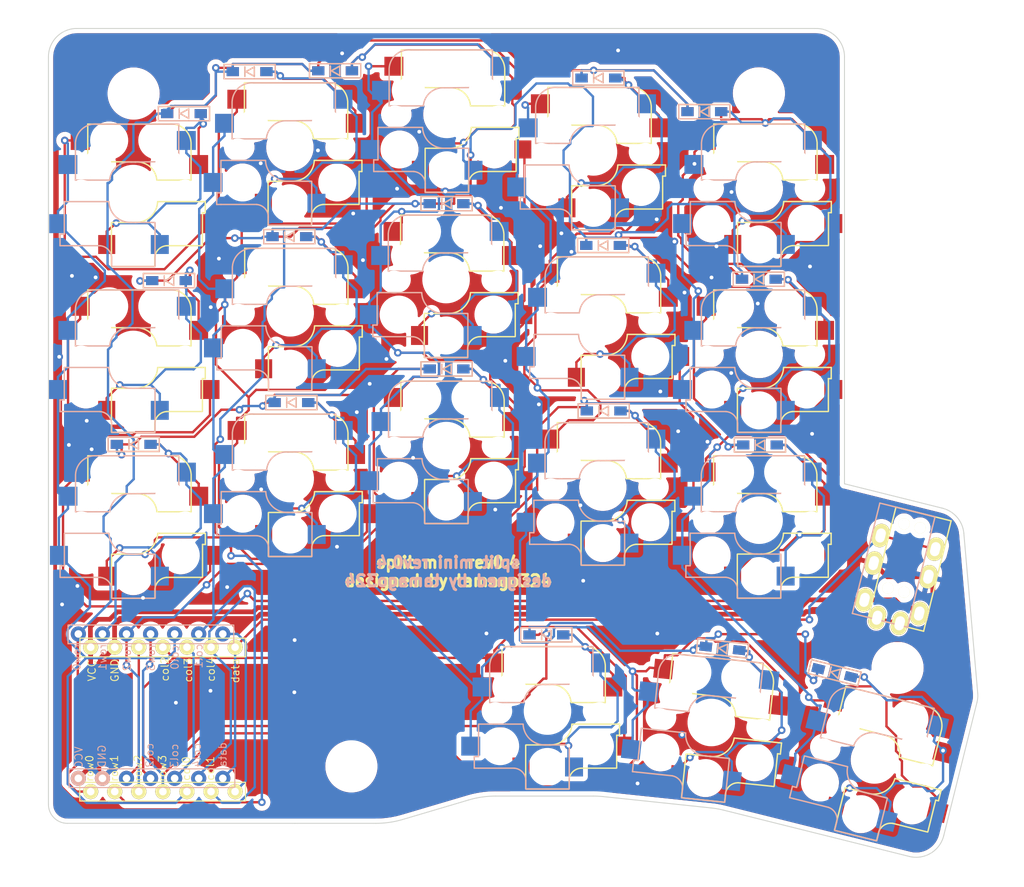
<source format=kicad_pcb>
(kicad_pcb (version 20211014) (generator pcbnew)
  (layers (0 "F.Cu" signal) (31 "B.Cu" signal) (34 "B.Paste" user) (35 "F.Paste" user) (36 "B.SilkS" user "B.Silkscreen") (37 "F.SilkS" user "F.Silkscreen") (38 "B.Mask" user) (39 "F.Mask" user) (44 "Edge.Cuts" user))
  (net 0 "")
  (net 1 "row0")
  (net 2 "Net-(D1-Pad2)")
  (net 3 "Net-(D2-Pad2)")
  (net 4 "Net-(D3-Pad2)")
  (net 5 "Net-(D4-Pad2)")
  (net 6 "Net-(D5-Pad2)")
  (net 7 "Net-(D6-Pad2)")
  (net 8 "Net-(D7-Pad2)")
  (net 9 "Net-(D8-Pad2)")
  (net 10 "Net-(D9-Pad2)")
  (net 11 "Net-(D10-Pad2)")
  (net 12 "row1")
  (net 13 "Net-(D11-Pad2)")
  (net 14 "Net-(D12-Pad2)")
  (net 15 "Net-(D13-Pad2)")
  (net 16 "Net-(D14-Pad2)")
  (net 17 "Net-(D15-Pad2)")
  (net 18 "Net-(D16-Pad2)")
  (net 19 "Net-(D17-Pad2)")
  (net 20 "Net-(D18-Pad2)")
  (net 21 "row2")
  (net 22 "row3")
  (net 23 "unconnected-(J1-PadA)")
  (net 24 "data")
  (net 25 "GND")
  (net 26 "VCC")
  (net 27 "col0")
  (net 28 "col1")
  (net 29 "col2")
  (net 30 "col3")
  (net 31 "col4")
  (net 32 "unconnected-(U1-Pad7)")
  (net 33 "unconnected-(U1-Pad12)")
  (footprint "split-mini:D3_SMD" (layer "F.Cu") (at 44.95 40.86)
    (fp_text reference "D7" hide)
    (fp_text value "D" hide)
  )
  (footprint "split-mini:CherryMX_Choc_Hotswap" (layer "F.Cu") (at 28.48 53.29)
    (fp_text reference "SW6" hide)
    (fp_text value "SW_PUSH" hide)
  )
  (footprint "split-mini:CherryMX_Choc_Hotswap" (layer "F.Cu") (at 28.49 70.79)
    (fp_text reference "SW11" hide)
    (fp_text value "SW_PUSH" hide)
  )
  (footprint "split-mini:D3_SMD" (layer "F.Cu") (at 32.25 45.5)
    (fp_text reference "D6" hide)
    (fp_text value "D" hide)
  )
  (footprint "split-mini:CherryMX_Choc_Hotswap" (layer "F.Cu") (at 78.04 49.8)
    (fp_text reference "SW9" hide)
    (fp_text value "SW_PUSH" hide)
  )
  (footprint "split-mini:CherryMX_Choc_Hotswap" (layer "F.Cu") (at 61.58 27.96)
    (fp_text reference "SW3" hide)
    (fp_text value "SW_PUSH" hide)
  )
  (footprint "split-mini:D3_SMD" (layer "F.Cu") (at 78.06 41.79)
    (fp_text reference "D9" hide)
    (fp_text value "D" hide)
  )
  (footprint "split-mini:D3_SMD" (layer "F.Cu") (at 72.07 82.88)
    (fp_text reference "D16" hide)
    (fp_text value "D" hide)
  )
  (footprint "split-mini:D3_SMD" (layer "F.Cu") (at 28.53 62.78)
    (fp_text reference "D11" hide)
    (fp_text value "D" hide)
  )
  (footprint "split-mini:D3_SMD" (layer "F.Cu") (at 78.12 59.25)
    (fp_text reference "D14" hide)
    (fp_text value "D" hide)
  )
  (footprint "split-mini:D3_SMD" (layer "F.Cu") (at 90.66 84.31 -6)
    (fp_text reference "D17" hide)
    (fp_text value "D" hide)
  )
  (footprint "split-mini:CherryMX_Choc_Hotswap" (layer "F.Cu") (at 94.54 35.78)
    (fp_text reference "SW5" hide)
    (fp_text value "SW_PUSH" hide)
  )
  (footprint "split-mini:CherryMX_Choc_Hotswap" (layer "F.Cu") (at 94.52 70.78)
    (fp_text reference "SW15" hide)
    (fp_text value "SW_PUSH" hide)
  )
  (footprint "split-mini:D3_SMD" (layer "F.Cu") (at 61.54 54.82)
    (fp_text reference "D13" hide)
    (fp_text value "D" hide)
  )
  (footprint "split-mini:CherryMX_Choc_Hotswap" (layer "F.Cu") (at 45.04 48.9)
    (fp_text reference "SW7" hide)
    (fp_text value "SW_PUSH" hide)
  )
  (footprint "split-mini:D3_SMD" (layer "F.Cu") (at 33.83 27.88)
    (fp_text reference "D1" hide)
    (fp_text value "D" hide)
  )
  (footprint "split-mini:M2_HOLE_v2_4.5mm" (layer "F.Cu") (at 109.13 86.36)
    (fp_text reference "HOLE5" hide)
    (fp_text value "Val**" hide)
  )
  (footprint "split-mini:CherryMX_Choc_Hotswap" (layer "F.Cu") (at 72.1912 90.9209)
    (fp_text reference "SW16" hide)
    (fp_text value "SW_PUSH" hide)
  )
  (footprint "split-mini:D3_SMD" (layer "F.Cu") (at 102.49 86.88 -14)
    (fp_text reference "D18" hide)
    (fp_text value "D" hide)
  )
  (footprint "split-mini:M2_HOLE_v2_4.5mm" (layer "F.Cu") (at 51.5 96.76)
    (fp_text reference "HOLE4" hide)
    (fp_text value "Val*" hide)
  )
  (footprint "split-mini:D3_SMD" (layer "F.Cu") (at 77.56 24.12)
    (fp_text reference "D4" hide)
    (fp_text value "D" hide)
  )
  (footprint "split-mini:D3_SMD" (layer "F.Cu") (at 94.49 45.35)
    (fp_text reference "D10" hide)
    (fp_text value "D" hide)
  )
  (footprint "split-mini:CherryMX_Choc_Hotswap" (layer "F.Cu") (at 106.6903 96.0799 -14)
    (fp_text reference "SW18" hide)
    (fp_text value "SW_PUSH" hide)
  )
  (footprint "split-mini:MJ-4PP-9" (layer "F.Cu") (at 111.8705 70.1259 -14)
    (fp_text reference "J1")
    (fp_text value "MJ-4PP-9" hide)
  )
  (footprint "split-mini:D3_SMD" (layer "F.Cu") (at 49.78 23.36)
    (fp_text reference "D3" hide)
    (fp_text value "D" hide)
  )
  (footprint "split-mini:CherryMX_Choc_Hotswap" (layer "F.Cu") (at 61.49 45.39)
    (fp_text reference "SW8" hide)
    (fp_text value "SW_PUSH" hide)
  )
  (footprint "split-mini:M2_HOLE_v2_4.5mm" (layer "F.Cu") (at 94.5 25.74)
    (fp_text reference "HOLE2" hide)
    (fp_text value "Val**" hide)
  )
  (footprint "split-mini:CherryMX_Choc_Hotswap" (layer "F.Cu") (at 89.4741 92.1276 -6)
    (fp_text reference "SW17" hide)
    (fp_text value "SW_PUSH" hide)
  )
  (footprint "split-mini:XIAO-RP2040_mod" (layer "F.Cu") (at 42.158 100.69 90)
    (fp_text reference "U1" hide)
    (fp_text value "Seeed Studio XIAO SAMD21")
  )
  (footprint "split-mini:CherryMX_Choc_Hotswap" (layer "F.Cu") (at 94.53 53.29)
    (fp_text reference "SW10" hide)
    (fp_text value "SW_PUSH" hide)
  )
  (footprint "split-mini:D3_SMD" (layer "F.Cu") (at 94.61 62.84)
    (fp_text reference "D15" hide)
    (fp_text value "D" hide)
  )
  (footprint "split-mini:CherryMX_Choc_Hotswap" (layer "F.Cu") (at 45.01 31.44)
    (fp_text reference "SW2" hide)
    (fp_text value "SW_PUSH" hide)
  )
  (footprint "split-mini:CherryMX_Choc_Hotswap" (layer "F.Cu") (at 61.52 62.91)
    (fp_text reference "SW13" hide)
    (fp_text value "SW_PUSH" hide)
  )
  (footprint "split-mini:M2_HOLE_v2_4.5mm" (layer "F.Cu") (at 28.52 25.76)
    (fp_text reference "HOLE1" hide)
    (fp_text value "Val**" hide)
  )
  (footprint "split-mini:CherryMX_Choc_Hotswap" (layer "F.Cu") (at 45.04 66.39)
    (fp_text reference "SW12" hide)
    (fp_text value "SW_PUSH" hide)
  )
  (footprint "split-mini:CherryMX_Choc_Hotswap" (layer "F.Cu") (at 78.03 67.3)
    (fp_text reference "SW14" hide)
    (fp_text value "SW_PUSH" hide)
  )
  (footprint "split-mini:CherryMX_Choc_Hotswap" (layer "F.Cu") (at 28.48 35.79)
    (fp_text reference "SW1" hide)
    (fp_text value "SW_PUSH" hide)
  )
  (footprint "split-mini:D3_SMD" (layer "F.Cu") (at 88.74 27.67)
    (fp_text reference "D5" hide)
    (fp_text value "D" hide)
  )
  (footprint "split-mini:D3_SMD" (layer "F.Cu") (at 61.54 37.38)
    (fp_text reference "D8" hide)
    (fp_text value "D" hide)
  )
  (footprint "split-mini:CherryMX_Choc_Hotswap" (layer "F.Cu") (at 77.04 31.92)
    (fp_text reference "SW4" hide)
    (fp_text value "SW_PUSH" hide)
  )
  (footprint "split-mini:D3_SMD" (layer "F.Cu") (at 40.76 23.45)
    (fp_text reference "D2" hide)
    (fp_text value "D" hide)
  )
  (footprint "split-mini:D3_SMD" (layer "F.Cu") (at 45.17 58.37)
    (fp_text reference "D12" hide)
    (fp_text value "D" hide)
  )
  (gr_arc (start 113.86037 69.515158) (mid 115.416492 70.478483) (end 116.123367 72.16663) (layer "Edge.Cuts") (width 0.1))
  (gr_line (start 103.530843 66.939718) (end 113.86037 69.515158) (layer "Edge.Cuts") (width 0.1))
  (gr_arc (start 114.00087 104.075745) (mid 112.635101 105.921485) (end 110.364217 106.260867) (layer "Edge.Cuts") (width 0.1))
  (gr_line (start 21.530843 102.768057) (end 45.530843 102.768057) (layer "Edge.Cuts") (width 0.1))
  (gr_line (start 78.079754 99.947838) (end 89.423885 101.140154) (layer "Edge.Cuts") (width 0.1))
  (gr_line (start 66.703035 99.893057) (end 77.034469 99.893057) (layer "Edge.Cuts") (width 0.1))
  (gr_line (start 45.530843 102.768057) (end 54.083652 102.768057) (layer "Edge.Cuts") (width 0.1))
  (gr_line (start 56.918659 102.357777) (end 63.868027 100.303337) (layer "Edge.Cuts") (width 0.1))
  (gr_line (start 19.530843 21.893057) (end 19.530843 100.768057) (layer "Edge.Cuts") (width 0.1))
  (gr_arc (start 117.586379 89.022217) (mid 117.588282 89.518035) (end 117.508503 90.007398) (layer "Edge.Cuts") (width 0.1))
  (gr_arc (start 100.530843 18.893057) (mid 102.652162 19.771738) (end 103.530843 21.893057) (layer "Edge.Cuts") (width 0.1))
  (gr_arc (start 77.034469 99.893057) (mid 77.557829 99.90676) (end 78.079754 99.947838) (layer "Edge.Cuts") (width 0.1))
  (gr_arc (start 56.918659 102.357777) (mid 55.515922 102.664954) (end 54.083652 102.768057) (layer "Edge.Cuts") (width 0.1))
  (gr_arc (start 63.868027 100.303337) (mid 65.270764 99.996162) (end 66.703035 99.893057) (layer "Edge.Cuts") (width 0.1))
  (gr_arc (start 19.530843 21.893057) (mid 20.409523 19.771737) (end 22.530843 18.893057) (layer "Edge.Cuts") (width 0.1))
  (gr_line (start 114.00087 104.075745) (end 117.508503 90.007398) (layer "Edge.Cuts") (width 0.1))
  (gr_arc (start 89.423885 101.140154) (mid 90.115082 101.237294) (end 90.797819 101.382416) (layer "Edge.Cuts") (width 0.1))
  (gr_arc (start 21.530843 102.768057) (mid 20.11663 102.18227) (end 19.530843 100.768057) (layer "Edge.Cuts") (width 0.1))
  (gr_line (start 90.797819 101.382416) (end 110.364217 106.260867) (layer "Edge.Cuts") (width 0.1))
  (gr_line (start 100.530843 18.893057) (end 22.530843 18.893057) (layer "Edge.Cuts") (width 0.1))
  (gr_line (start 103.530843 66.939718) (end 103.530843 21.893057) (layer "Edge.Cuts") (width 0.1))
  (gr_line (start 116.123367 72.16663) (end 117.586379 89.022217) (layer "Edge.Cuts") (width 0.1))
  (gr_text "split mini rev0.4\ndesigned by tamago324" (at 61.71 76.21) (layer "B.SilkS") (effects (font (size 1.2 1.2) (thickness 0.3)) (justify mirror)))
  (gr_text "split mini rev0.4\ndesigned by tamago324" (at 61.71 76.21) (layer "F.SilkS") (effects (font (size 1.2 1.2) (thickness 0.3))))
  (segment (start 21.563 98.4933) (end 22.4872 99.4175) (width 0.25) (layer "F.Cu") (net 1))
  (segment (start 46.3194 22.6497) (end 47.0297 23.36) (width 0.25) (layer "F.Cu") (net 1))
  (segment (start 22.688 82.785) (end 22.63 82.843) (width 0.25) (layer "F.Cu") (net 1))
  (segment (start 48.005 22.5597) (end 48.005 23.36) (width 0.25) (layer "F.Cu") (net 1))
  (segment (start 22.63 82.843) (end 22.63 96.487009) (width 0.25) (layer "F.Cu") (net 1))
  (segment (start 37.1974 23.0498) (end 37.1974 25.9826) (width 0.25) (layer "F.Cu") (net 1))
  (segment (start 83.415 23.3197) (end 77.0617 23.3197) (width 0.25) (layer "F.Cu") (net 1))
  (segment (start 86.965 26.8697) (end 83.415 23.3197) (width 0.25) (layer "F.Cu") (net 1))
  (segment (start 38.985 23.0498) (end 37.1974 23.0498) (width 0.25) (layer "F.Cu") (net 1))
  (segment (start 77.0617 23.3197) (end 75.785 23.3197) (width 0.25) (layer "F.Cu") (net 1))
  (segment (start 50.4047 20.16) (end 48.005 22.5597) (width 0.25) (layer "F.Cu") (net 1))
  (segment (start 65.85 20.16) (end 50.4047 20.16) (width 0.25) (layer "F.Cu") (net 1))
  (segment (start 38.985 23.45) (end 38.985 23.0498) (width 0.25) (layer "F.Cu") (net 1))
  (segment (start 69.0097 23.3197) (end 65.85 20.16) (width 0.25) (layer "F.Cu") (net 1))
  (segment (start 38.985 23.0498) (end 38.985 22.6497) (width 0.25) (layer "F.Cu") (net 1))
  (segment (start 22.4872 99.4175) (end 23.987 99.4175) (width 0.25) (layer "F.Cu") (net 1))
  (segment (start 75.785 23.3197) (end 69.0097 23.3197) (width 0.25) (layer "F.Cu") (net 1))
  (segment (start 48.005 23.36) (end 47.0297 23.36) (width 0.25) (layer "F.Cu") (net 1))
  (segment (start 75.785 24.12) (end 75.785 23.3197) (width 0.25) (layer "F.Cu") (net 1))
  (segment (start 38.985 22.6497) (end 46.3194 22.6497) (width 0.25) (layer "F.Cu") (net 1))
  (segment (start 86.965 27.67) (end 86.965 26.8697) (width 0.25) (layer "F.Cu") (net 1))
  (segment (start 32.855 27.08) (end 32.055 27.88) (width 0.25) (layer "F.Cu") (net 1))
  (segment (start 21.563 97.554009) (end 21.563 98.4933) (width 0.25) (layer "F.Cu") (net 1))
  (segment (start 37.1974 25.9826) (end 36.1 27.08) (width 0.25) (layer "F.Cu") (net 1))
  (segment (start 36.1 27.08) (end 32.855 27.08) (width 0.25) (layer "F.Cu") (net 1))
  (segment (start 22.63 96.487009) (end 21.563 97.554009) (width 0.25) (layer "F.Cu") (net 1))
  (via (at 37.1974 23.0498) (size 0.8) (drill 0.4) (layers "F.Cu" "B.Cu") (net 1))
  (via (at 77.0617 23.3197) (size 0.8) (drill 0.4) (layers "F.Cu" "B.Cu") (net 1))
  (segment (start 46.3194 22.6497) (end 38.985 22.6497) (width 0.25) (layer "B.Cu") (net 1))
  (segment (start 26.71 51.09) (end 26.71 51.48) (width 0.25) (layer "B.Cu") (net 1))
  (segment (start 28.5 31.83) (end 27.09 33.24) (width 0.25) (layer "B.Cu") (net 1))
  (segment (start 27.09 33.47) (end 26.24 34.32) (width 0.25) (layer "B.Cu") (net 1))
  (segment (start 37.1974 23.45) (end 37.1974 23.0498) (width 0.25) (layer "B.Cu") (net 1))
  (segment (start 27.91 50.49) (end 27.31 50.49) (width 0.25) (layer "B.Cu") (net 1))
  (segment (start 47.0297 23.36) (end 46.3194 22.6497) (width 0.25) (layer "B.Cu") (net 1))
  (segment (start 26.17 52.43) (end 25.82 52.78) (width 0.25) (layer "B.Cu") (net 1))
  (segment (start 75.785 24.12) (end 75.785 23.3197) (width 0.25) (layer "B.Cu") (net 1))
  (segment (start 32.4548 27.08) (end 32.055 27.4798) (width 0.25) (layer "B.Cu") (net 1))
  (segment (start 25.82 52.78) (end 25.82 59.548) (width 0.25) (layer "B.Cu") (net 1))
  (segment (start 26.17 52.02) (end 26.17 52.43) (width 0.25) (layer "B.Cu") (net 1))
  (segment (start 32.055 27.88) (end 32.055 27.4798) (width 0.25) (layer "B.Cu") (net 1))
  (segment (start 27.7915 67.9385) (end 25.35 70.38) (width 0.25) (layer "B.Cu") (net 1))
  (segment (start 28.53 62.258) (end 28.53 66.45) (width 0.25) (layer "B.Cu") (net 1))
  (segment (start 38.985 23.45) (end 37.1974 23.45) (width 0.25) (layer "B.Cu") (net 1))
  (segment (start 26.1587 79.3143) (end 22.688 82.785) (width 0.25) (layer "B.Cu") (net 1))
  (segment (start 27.31 50.49) (end 26.71 51.09) (width 0.25) (layer "B.Cu") (net 1))
  (segment (start 25.35 71.99) (end 26.09 72.73) (width 0.25) (layer "B.Cu") (net 1))
  (segment (start 26.09 79.2456) (end 26.1587 79.3143) (width 0.25) (layer "B.Cu") (net 1))
  (segment (start 31.6617 27.4798) (end 32.055 27.4798) (width 0.25) (layer "B.Cu") (net 1))
  (segment (start 30.06 28.83) (end 28.78 28.83) (width 0.25) (layer "B.Cu") (net 1))
  (segment (start 31.01 27.88) (end 30.06 28.83) (width 0.25) (layer "B.Cu") (net 1))
  (segment (start 27.7915 67.1885) (end 27.7915 67.9385) (width 0.25) (layer "B.Cu") (net 1))
  (segment (start 28.53 66.45) (end 27.7915 67.1885) (width 0.25) (layer "B.Cu") (net 1))
  (segment (start 27.09 33.24) (end 27.09 33.47) (width 0.25) (layer "B.Cu") (net 1))
  (segment (start 26.24 34.32) (end 26.24 34.86) (width 0.25) (layer "B.Cu") (net 1))
  (segment (start 26.71 51.48) (end 26.17 52.02) (width 0.25) (layer "B.Cu") (net 1))
  (segment (start 28.5 29.11) (end 28.5 31.83) (width 0.25) (layer "B.Cu") (net 1))
  (segment (start 26.24 34.86) (end 25.9 35.2) (width 0.25) (layer "B.Cu") (net 1))
  (segment (start 37.1974 25.8926) (end 36.01 27.08) (width 0.25) (layer "B.Cu") (net 1))
  (segment (start 28.4 46.49) (end 28.4 50) (width 0.25) (layer "B.Cu") (net 1))
  (segment (start 28.4 50) (end 27.91 50.49) (width 0.25) (layer "B.Cu") (net 1))
  (segment (start 25.82 59.548) (end 28.53 62.258) (width 0.25) (layer "B.Cu") (net 1))
  (segment (start 25.35 70.38) (end 25.35 71.99) (width 0.25) (layer "B.Cu") (net 1))
  (segment (start 26.09 72.73) (end 26.09 79.2456) (width 0.25) (layer "B.Cu") (net 1))
  (segment (start 32.055 27.88) (end 31.01 27.88) (width 0.25) (layer "B.Cu") (net 1))
  (segment (start 75.785 23.3197) (end 77.0617 23.3197) (width 0.25) (layer "B.Cu") (net 1))
  (segment (start 25.77 35.2) (end 25.77 43.86) (width 0.25) (layer "B.Cu") (net 1))
  (segment (start 86.965 26.8697) (end 83.415 23.3197) (width 0.25) (layer "B.Cu") (net 1))
  (segment (start 28.78 28.83) (end 28.5 29.11) (width 0.25) (layer "B.Cu") (net 1))
  (segment (start 25.9 35.2) (end 25.77 35.2) (width 0.25) (layer "B.Cu") (net 1))
  (segment (start 86.965 27.67) (end 86.965 26.8697) (width 0.25) (layer "B.Cu") (net 1))
  (segment (start 36.01 27.08) (end 32.4548 27.08) (width 0.25) (layer "B.Cu") (net 1))
  (segment (start 38.985 23.45) (end 38.985 22.6497) (width 0.25) (layer "B.Cu") (net 1))
  (segment (start 83.415 23.3197) (end 77.0617 23.3197) (width 0.25) (layer "B.Cu") (net 1))
  (segment (start 37.1974 23.45) (end 37.1974 25.8926) (width 0.25) (layer "B.Cu") (net 1))
  (segment (start 48.005 23.36) (end 47.0297 23.36) (width 0.25) (layer "B.Cu") (net 1))
  (segment (start 25.77 43.86) (end 28.4 46.49) (width 0.25) (layer "B.Cu") (net 1))
  (segment (start 35.38 29.4424) (end 35.8633 28.9591) (width 0.25) (layer "F.Cu") (net 2))
  (segment (start 35.605 28.7008) (end 35.605 28.6803) (width 0.25) (layer "F.Cu") (net 2))
  (segment (start 35.605 27.88) (end 35.605 28.6803) (width 0.25) (layer "F.Cu") (net 2))
  (segment (start 26.679539 39.433123) (end 26.54 39.45) (width 0.25) (layer "F.Cu") (net 2))
  (segment (start 25.68 41.69) (end 25.68 40.31) (width 0.25) (layer "F.Cu") (net 2))
  (segment (start 35.8633 28.9591) (end 35.605 28.7008) (width 0.25) (layer "F.Cu") (net 2))
  (segment (start 35.38 33.25) (end 35.38 29.4424) (width 0.25) (layer "F.Cu") (net 2))
  (segment (start 25.68 40.31) (end 26.679539 39.433123) (width 0.25) (layer "F.Cu") (net 2))
  (via (at 26.679539 39.433123) (size 0.8) (drill 0.4) (layers "F.Cu" "B.Cu") (net 2))
  (via (at 35.8633 28.9591) (size 0.8) (drill 0.4) (layers "F.Cu" "B.Cu") (net 2))
  (segment (start 35.605 28.2801) (end 35.605 28.6803) (width 0.25) (layer "B.Cu") (net 2))
  (segment (start 26.679539 39.433123) (end 30.083123 39.433123) (width 0.25) (layer "B.Cu") (net 2))
  (segment (start 34.08 30.71) (end 34.08 29.3847) (width 0.25) (layer "B.Cu") (net 2))
  (segment (start 35.07 37.34) (end 35.56 36.85) (width 0.25) (layer "B.Cu") (net 2))
  (segment (start 31.95 37.34) (end 35.07 37.34) (width 0.25) (layer "B.Cu") (net 2))
  (segment (start 34.08 29.3847) (end 34.9006 29.3847) (width 0.25) (layer "B.Cu") (net 2))
  (segment (start 30.083123 39.433123) (end 31.28 40.63) (width 0.25) (layer "B.Cu") (net 2))
  (segment (start 35.605 28.2801) (end 35.8633 28.5384) (width 0.25) (layer "B.Cu") (net 2))
  (segment (start 35.605 27.88) (end 35.605 28.2801) (width 0.25) (layer "B.Cu") (net 2))
  (segment (start 35.56 33.5153) (end 34.08 32.0353) (width 0.25) (layer "B.Cu") (net 2))
  (segment (start 30.083123 39.206877) (end 31.95 37.34) (width 0.25) (layer "B.Cu") (net 2))
  (segment (start 35.8633 28.5384) (end 35.8633 28.9591) (width 0.25) (layer "B.Cu") (net 2))
  (segment (start 31.28 40.63) (end 31.28 41.69) (width 0.25) (layer "B.Cu") (net 2))
  (segment (start 30.083123 39.433123) (end 30.083123 39.206877) (width 0.25) (layer "B.Cu") (net 2))
  (segment (start 34.08 32.0353) (end 34.08 30.71) (width 0.25) (layer "B.Cu") (net 2))
  (segment (start 35.56 36.85) (end 35.56 33.5153) (width 0.25) (layer "B.Cu") (net 2))
  (segment (start 34.9006 29.3847) (end 35.605 28.6803) (width 0.25) (layer "B.Cu") (net 2))
  (segment (start 44.2657 24.2054) (end 48.5407 24.2054) (width 0.25) (layer "F.Cu") (net 3))
  (segment (start 42.21 37.34) (end 42.21 35.96) (width 0.25) (layer "F.Cu") (net 3))
  (segment (start 42.21 35.96) (end 43.4 34.77) (width 0.25) (layer "F.Cu") (net 3))
  (segment (start 48.5407 24.2054) (end 51.91 27.5747) (width 0.25) (layer "F.Cu") (net 3))
  (segment (start 51.91 28.9) (end 51.91 27.5747) (width 0.25) (layer "F.Cu") (net 3))
  (segment (start 42.535 23.45) (end 43.5103 23.45) (width 0.25) (layer "F.Cu") (net 3))
  (segment (start 43.5103 23.45) (end 44.2657 24.2054) (width 0.25) (layer "F.Cu") (net 3))
  (via (at 43.995 23.895) (size 0.8) (drill 0.4) (layers "F.Cu" "B.Cu") (net 3))
  (via (at 43.4 34.77) (size 0.8) (drill 0.4) (layers "F.Cu" "B.Cu") (net 3))
  (segment (start 43.995 23.895) (end 43.55 23.45) (width 0.25) (layer "B.Cu") (net 3))
  (segment (start 46.84 34.77) (end 47.81 35.74) (width 0.25) (layer "B.Cu") (net 3))
  (segment (start 48.41 24.16) (end 44.26 24.16) (width 0.25) (layer "B.Cu") (net 3))
  (segment (start 50.61 26.78) (end 50.61 26.36) (width 0.25) (layer "B.Cu") (net 3))
  (segment (start 52.04 28.21) (end 50.61 26.78) (width 0.25) (layer "B.Cu") (net 3))
  (segment (start 44.26 24.16) (end 43.995 23.895) (width 0.25) (layer "B.Cu") (net 3))
  (segment (start 51.6 33.05) (end 52.04 32.61) (width 0.25) (layer "B.Cu") (net 3))
  (segment (start 50.61 26.36) (end 48.41 24.16) (width 0.25) (layer "B.Cu") (net 3))
  (segment (start 43.4 34.77) (end 46.84 34.77) (width 0.25) (layer "B.Cu") (net 3))
  (segment (start 46.84 34.62) (end 48.41 33.05) (width 0.25) (layer "B.Cu") (net 3))
  (segment (start 46.84 34.77) (end 46.84 34.62) (width 0.25) (layer "B.Cu") (net 3))
  (segment (start 43.55 23.45) (end 42.535 23.45) (width 0.25) (layer "B.Cu") (net 3))
  (segment (start 47.81 35.74) (end 47.81 37.34) (width 0.25) (layer "B.Cu") (net 3))
  (segment (start 52.04 32.61) (end 52.04 28.21) (width 0.25) (layer "B.Cu") (net 3))
  (segment (start 48.41 33.05) (end 51.6 33.05) (width 0.25) (layer "B.Cu") (net 3))
  (segment (start 68.48 25.42) (end 68.48 26.82) (width 0.25) (layer "F.Cu") (net 4))
  (segment (start 53.957 20.61) (end 64.9953 20.61) (width 0.25) (layer "F.Cu") (net 4))
  (segment (start 64.9953 20.61) (end 68.48 24.0947) (width 0.25) (layer "F.Cu") (net 4))
  (segment (start 68.48 26.82) (end 68.77 27.11) (width 0.25) (layer "F.Cu") (net 4))
  (segment (start 51.555 23.36) (end 51.555 22.5597) (width 0.25) (layer "F.Cu") (net 4))
  (segment (start 63.345 30.925) (end 63.25 31.02) (width 0.25) (layer "F.Cu") (net 4))
  (segment (start 60.83 31.02) (end 58.78 33.07) (width 0.25) (layer "F.Cu") (net 4))
  (segment (start 63.25 31.02) (end 60.83 31.02) (width 0.25) (layer "F.Cu") (net 4))
  (segment (start 51.555 22.5597) (end 52.1949 21.9198) (width 0.25) (layer "F.Cu") (net 4))
  (segment (start 68.77 27.11) (end 68.77 29.01) (width 0.25) (layer "F.Cu") (net 4))
  (segment (start 58.9985 33.86) (end 58.78 33.86) (width 0.25) (layer "F.Cu") (net 4))
  (segment (start 68.29 29.49) (end 64.78 29.49) (width 0.25) (layer "F.Cu") (net 4))
  (segment (start 64.78 29.49) (end 63.345 30.925) (width 0.25) (layer "F.Cu") (net 4))
  (segment (start 68.77 29.01) (end 68.29 29.49) (width 0.25) (layer "F.Cu") (net 4))
  (segment (start 58.78 33.07) (end 58.78 33.86) (width 0.25) (layer "F.Cu") (net 4))
  (segment (start 68.48 24.0947) (end 68.48 25.42) (width 0.25) (layer "F.Cu") (net 4))
  (segment (start 52.1949 21.9198) (end 52.6472 21.9198) (width 0.25) (layer "F.Cu") (net 4))
  (segment (start 52.6472 21.9198) (end 53.957 20.61) (width 0.25) (layer "F.Cu") (net 4))
  (via (at 52.6472 21.9198) (size 0.8) (drill 0.4) (layers "F.Cu" "B.Cu") (net 4))
  (via (at 63.345 30.925) (size 0.8) (drill 0.4) (layers "F.Cu" "B.Cu") (net 4))
  (segment (start 64.38 33.86) (end 63.31 32.79) (width 0.25) (layer "B.Cu") (net 4))
  (segment (start 65.2889 21.0489) (end 65.3489 21.0489) (width 0.25) (layer "B.Cu") (net 4))
  (segment (start 51.555 23.36) (end 51.555 22.5597) (width 0.25) (layer "B.Cu") (net 4))
  (segment (start 52.1949 21.9198) (end 52.6472 21.9198) (width 0.25) (layer "B.Cu") (net 4))
  (segment (start 63.3318 32.8118) (end 64.38 33.86) (width 0.25) (layer "B.Cu") (net 4))
  (segment (start 53.997 20.57) (end 64.81 20.57) (width 0.25) (layer "B.Cu") (net 4))
  (segment (start 52.6472 21.9198) (end 53.997 20.57) (width 0.25) (layer "B.Cu") (net 4))
  (segment (start 63.31 32.79) (end 63.31 31.05) (width 0.25) (layer "B.Cu") (net 4))
  (segment (start 65.3489 21.0489) (end 67.18 22.88) (width 0.25) (layer "B.Cu") (net 4))
  (segment (start 64.81 20.57) (end 65.2889 21.0489) (width 0.25) (layer "B.Cu") (net 4))
  (segment (start 51.555 22.5597) (end 52.1949 21.9198) (width 0.25) (layer "B.Cu") (net 4))
  (segment (start 83.94 28.0547) (end 80.74265 24.85735) (width 0.25) (layer "F.Cu") (net 5))
  (segment (start 83.94 29.38) (end 83.94 28.0547) (width 0.25) (layer "F.Cu") (net 5))
  (segment (start 74.24 36.71) (end 75.75 35.2) (width 0.25) (layer "F.Cu") (net 5))
  (segment (start 79.335 24.12) (end 80.3103 24.12) (width 0.25) (layer "F.Cu") (net 5))
  (segment (start 80.3103 24.425) (end 80.3103 24.12) (width 0.25) (layer "F.Cu") (net 5))
  (segment (start 80.74265 24.85735) (end 80.3103 24.425) (width 0.25) (layer "F.Cu") (net 5))
  (segment (start 74.24 37.82) (end 74.24 36.71) (width 0.25) (layer "F.Cu") (net 5))
  (via (at 80.74265 24.85735) (size 0.8) (drill 0.4) (layers "F.Cu" "B.Cu") (net 5))
  (via (at 75.75 35.2) (size 0.8) (drill 0.4) (layers "F.Cu" "B.Cu") (net 5))
  (segment (start 83.94 33.52) (end 84.24 33.22) (width 0.25) (layer "B.Cu") (net 5))
  (segment (start 75.75 35.2) (end 78.62 35.2) (width 0.25) (layer "B.Cu") (net 5))
  (segment (start 79.53 34.23) (end 80.24 33.52) (width 0.25) (layer "B.Cu") (net 5))
  (segment (start 84.24 28.44) (end 82.64 26.84) (width 0.25) (layer "B.Cu") (net 5))
  (segment (start 79.84 36.42) (end 79.84 37.82) (width 0.25) (layer "B.Cu") (net 5))
  (segment (start 80.24 33.52) (end 83.94 33.52) (width 0.25) (layer "B.Cu") (net 5))
  (segment (start 79.335 24.12) (end 79.92 24.12) (width 0.25) (layer "B.Cu") (net 5))
  (segment (start 78.62 35.2) (end 79.84 36.42) (width 0.25) (layer "B.Cu") (net 5))
  (segment (start 78.62 35.2) (end 79.53 34.29) (width 0.25) (layer "B.Cu") (net 5))
  (segment (start 79.53 34.29) (end 79.53 34.23) (width 0.25) (layer "B.Cu") (net 5))
  (segment (start 79.92 24.12) (end 82.64 26.84) (width 0.25) (layer "B.Cu") (net 5))
  (segment (start 84.24 33.22) (end 84.24 28.44) (width 0.25) (layer "B.Cu") (net 5))
  (segment (start 95.5743 28.47) (end 97.9953 28.47) (width 0.25) (layer "F.Cu") (net 6))
  (segment (start 97.9953 28.47) (end 101.44 31.9147) (width 0.25) (layer "F.Cu") (net 6))
  (segment (start 91.9585 41.68) (end 91.74 41.68) (width 0.25) (layer "F.Cu") (net 6))
  (segment (start 101.44 31.9147) (end 101.44 33.24) (width 0.25) (layer "F.Cu") (net 6))
  (segment (start 91.74 40.2) (end 92.75 39.19) (width 0.25) (layer "F.Cu") (net 6))
  (segment (start 95.1766 28.8677) (end 94.7792 28.4703) (width 0.25) (layer "F.Cu") (net 6))
  (segment (start 91.74 41.68) (end 91.74 40.2) (width 0.25) (layer "F.Cu") (net 6))
  (segment (start 90.515 27.67) (end 90.515 28.4703) (width 0.25) (layer "F.Cu") (net 6))
  (segment (start 94.7792 28.4703) (end 90.515 28.4703) (width 0.25) (layer "F.Cu") (net 6))
  (segment (start 95.1766 28.8677) (end 95.5743 28.47) (width 0.25) (layer "F.Cu") (net 6))
  (via (at 92.75 39.19) (size 0.8) (drill 0.4) (layers "F.Cu" "B.Cu") (net 6))
  (via (at 95.1766 28.8677) (size 0.8) (drill 0.4) (layers "F.Cu" "B.Cu") (net 6))
  (segment (start 95.1766 28.8677) (end 95.5623 28.8677) (width 0.25) (layer "B.Cu") (net 6))
  (segment (start 102.04 36.82) (end 102.04 32.6) (width 0.25) (layer "B.Cu") (net 6))
  (segment (start 96.04 28.39) (end 97.83 28.39) (width 0.25) (layer "B.Cu") (net 6))
  (segment (start 97.83 28.39) (end 100.14 30.7) (width 0.25) (layer "B.Cu") (net 6))
  (segment (start 92.75 39.19) (end 95.98 39.19) (width 0.25) (layer "B.Cu") (net 6))
  (segment (start 95.98 39.19) (end 97.34 40.55) (width 0.25) (layer "B.Cu") (net 6))
  (segment (start 95.5623 28.8677) (end 96.04 28.39) (width 0.25) (layer "B.Cu") (net 6))
  (segment (start 97.34 40.55) (end 97.34 41.68) (width 0.25) (layer "B.Cu") (net 6))
  (segment (start 95.1766 28.8466) (end 95.1766 28.8677) (width 0.25) (layer "B.Cu") (net 6))
  (segment (start 92.6669 28.8466) (end 95.1766 28.8466) (width 0.25) (layer "B.Cu") (net 6))
  (segment (start 98.02 37.39) (end 101.47 37.39) (width 0.25) (layer "B.Cu") (net 6))
  (segment (start 101.47 37.39) (end 102.04 36.82) (width 0.25) (layer "B.Cu") (net 6))
  (segment (start 95.1766 28.8466) (end 95.253 28.8466) (width 0.25) (layer "B.Cu") (net 6))
  (segment (start 102.04 32.6) (end 100.14 30.7) (width 0.25) (layer "B.Cu") (net 6))
  (segment (start 96.22 39.19) (end 98.02 37.39) (width 0.25) (layer "B.Cu") (net 6))
  (segment (start 91.4903 27.67) (end 92.6669 28.8466) (width 0.25) (layer "B.Cu") (net 6))
  (segment (start 90.515 27.67) (end 91.4903 27.67) (width 0.25) (layer "B.Cu") (net 6))
  (segment (start 95.98 39.19) (end 96.22 39.19) (width 0.25) (layer "B.Cu") (net 6))
  (segment (start 34.025 45.9001) (end 34.025 46.3003) (width 0.25) (layer "F.Cu") (net 7))
  (segment (start 35.38 47.6553) (end 35.38 50.75) (width 0.25) (layer "F.Cu") (net 7))
  (segment (start 34.025 45.9001) (end 34.4578 45.4673) (width 0.25) (layer "F.Cu") (net 7))
  (segment (start 25.68 57.89) (end 27.06 56.51) (width 0.25) (layer "F.Cu") (net 7))
  (segment (start 34.025 46.3003) (end 35.38 47.6553) (width 0.25) (layer "F.Cu") (net 7))
  (segment (start 34.4578 45.4673) (end 34.4578 44.4156) (width 0.25) (layer "F.Cu") (net 7))
  (segment (start 25.68 59.19) (end 25.68 57.89) (width 0.25) (layer "F.Cu") (net 7))
  (segment (start 34.025 45.5) (end 34.025 45.9001) (width 0.25) (layer "F.Cu") (net 7))
  (via (at 34.4578 44.4156) (size 0.8) (drill 0.4) (layers "F.Cu" "B.Cu") (net 7))
  (via (at 27.06 56.51) (size 0.8) (drill 0.4) (layers "F.Cu" "B.Cu") (net 7))
  (segment (start 34.83 54.88) (end 35.615 54.095) (width 0.25) (layer "B.Cu") (net 7))
  (segment (start 34.025 44.6997) (end 34.1737 44.6997) (width 0.25) (layer "B.Cu") (net 7))
  (segment (start 30.35 56.51) (end 31.28 57.44) (width 0.25) (layer "B.Cu") (net 7))
  (segment (start 31.28 57.44) (end 31.28 59.19) (width 0.25) (layer "B.Cu") (net 7))
  (segment (start 35.615 54.095) (end 35.615 51.0703) (width 0.25) (layer "B.Cu") (net 7))
  (segment (start 34.08 46.3553) (end 34.08 48.21) (width 0.25) (layer "B.Cu") (net 7))
  (segment (start 34.025 45.5) (end 34.025 46.3003) (width 0.25) (layer "B.Cu") (net 7))
  (segment (start 34.1737 44.6997) (end 34.4578 44.4156) (width 0.25) (layer "B.Cu") (net 7))
  (segment (start 34.025 45.5) (end 34.025 44.6997) (width 0.25) (layer "B.Cu") (net 7))
  (segment (start 34.08 49.5353) (end 34.08 48.21) (width 0.25) (layer "B.Cu") (net 7))
  (segment (start 30.35 56.51) (end 30.35 56.39) (width 0.25) (layer "B.Cu") (net 7))
  (segment (start 30.35 56.39) (end 31.89 54.85) (width 0.25) (layer "B.Cu") (net 7))
  (segment (start 27.06 56.51) (end 30.35 56.51) (width 0.25) (layer "B.Cu") (net 7))
  (segment (start 31.89 54.85) (end 34.8 54.85) (width 0.25) (layer "B.Cu") (net 7))
  (segment (start 35.615 51.0703) (end 34.08 49.5353) (width 0.25) (layer "B.Cu") (net 7))
  (segment (start 34.025 46.3003) (end 34.08 46.3553) (width 0.25) (layer "B.Cu") (net 7))
  (segment (start 34.8 54.85) (end 34.83 54.88) (width 0.25) (layer "B.Cu") (net 7))
  (segment (start 47.7653 40.86) (end 46.725 40.86) (width 0.25) (layer "F.Cu") (net 8))
  (segment (start 48.32265 41.41735) (end 47.7653 40.86) (width 0.25) (layer "F.Cu") (net 8))
  (segment (start 51.94 46.36) (end 51.94 45.0347) (width 0.25) (layer "F.Cu") (net 8))
  (segment (start 51.94 45.0347) (end 48.32265 41.41735) (width 0.25) (layer "F.Cu") (net 8))
  (segment (start 42.24 54.8) (end 42.24 53.62) (width 0.25) (layer "F.Cu") (net 8))
  (segment (start 42.24 53.62) (end 43.55 52.31) (width 0.25) (layer "F.Cu") (net 8))
  (via (at 43.55 52.31) (size 0.8) (drill 0.4) (layers "F.Cu" "B.Cu") (net 8))
  (via (at 48.32265 41.41735) (size 0.8) (drill 0.4) (layers "F.Cu" "B.Cu") (net 8))
  (segment (start 51.47 50.59) (end 52.05 50.01) (width 0.25) (layer "B.Cu") (net 8))
  (segment (start 47.84 53.51) (end 47.84 54.8) (width 0.25) (layer "B.Cu") (net 8))
  (segment (start 50.64 43.82) (end 50.64 42.4947) (width 0.25) (layer "B.Cu") (net 8))
  (segment (start 46.64 52.31) (end 47.84 53.51) (width 0.25) (layer "B.Cu") (net 8))
  (segment (start 48.36 50.59) (end 51.47 50.59) (width 0.25) (layer "B.Cu") (net 8))
  (segment (start 46.64 52.31) (end 48.36 50.59) (width 0.25) (layer "B.Cu") (net 8))
  (segment (start 52.05 50.01) (end 52.05 46.5553) (width 0.25) (layer "B.Cu") (net 8))
  (segment (start 43.55 52.31) (end 46.64 52.31) (width 0.25) (layer "B.Cu") (net 8))
  (segment (start 46.725 40.86) (end 47.7003 40.86) (width 0.25) (layer "B.Cu") (net 8))
  (segment (start 50.64 42.4947) (end 49.335 42.4947) (width 0.25) (layer "B.Cu") (net 8))
  (segment (start 49.335 42.4947) (end 47.7003 40.86) (width 0.25) (layer "B.Cu") (net 8))
  (segment (start 52.05 46.5553) (end 50.64 45.1453) (width 0.25) (layer "B.Cu") (net 8))
  (segment (start 50.64 45.1453) (end 50.64 43.82) (width 0.25) (layer "B.Cu") (net 8))
  (segment (start 58.69 50.24) (end 59.95 48.98) (width 0.25) (layer "F.Cu") (net 9))
  (segment (start 58.69 51.29) (end 58.69 50.24) (width 0.25) (layer "F.Cu") (net 9))
  (segment (start 64.675 37.7646) (end 64.8602 37.5794) (width 0.25) (layer "F.Cu") (net 9))
  (segment (start 68.39 41.4797) (end 68.39 42.85) (width 0.25) (layer "F.Cu") (net 9))
  (segment (start 64.675 37.7646) (end 68.39 41.4797) (width 0.25) (layer "F.Cu") (net 9))
  (segment (start 63.315 37.38) (end 64.2903 37.38) (width 0.25) (layer "F.Cu") (net 9))
  (segment (start 64.2903 37.38) (end 64.675 37.7646) (width 0.25) (layer "F.Cu") (net 9))
  (via (at 64.8602 37.5794) (size 0.8) (drill 0.4) (layers "F.Cu" "B.Cu") (net 9))
  (via (at 59.95 48.98) (size 0.8) (drill 0.4) (layers "F.Cu" "B.Cu") (net 9))
  (segment (start 63.315 37.38) (end 64.2903 37.38) (width 0.25) (layer "B.Cu") (net 9))
  (segment (start 68.9 46.53) (end 68.9 44.58) (width 0.25) (layer "B.Cu") (net 9))
  (segment (start 68.23 43.91) (end 68.23 41.45) (width 0.25) (layer "B.Cu") (net 9))
  (segment (start 63.15 48.34) (end 64.54 46.95) (width 0.25) (layer "B.Cu") (net 9))
  (segment (start 66.2655 38.9847) (end 64.8602 37.5794) (width 0.25) (layer "B.Cu") (net 9))
  (segment (start 64.2903 37.38) (end 64.4897 37.5794) (width 0.25) (layer "B.Cu") (net 9))
  (segment (start 68.23 41.45) (end 67.09 40.31) (width 0.25) (layer "B.Cu") (net 9))
  (segment (start 64.4897 37.5794) (end 64.8602 37.5794) (width 0.25) (layer "B.Cu") (net 9))
  (segment (start 67.09 39.6473) (end 67.09 38.9847) (width 0.25) (layer "B.Cu") (net 9))
  (segment (start 59.95 48.98) (end 63.15 48.98) (width 0.25) (layer "B.Cu") (net 9))
  (segment (start 67.09 38.9847) (end 66.2655 38.9847) (width 0.25) (layer "B.Cu") (net 9))
  (segment (start 64.29 50.12) (end 64.29 51.29) (width 0.25) (layer "B.Cu") (net 9))
  (segment (start 68.9 44.58) (end 68.23 43.91) (width 0.25) (layer "B.Cu") (net 9))
  (segment (start 64.54 46.95) (end 68.48 46.95) (width 0.25) (layer "B.Cu") (net 9))
  (segment (start 67.09 40.31) (end 67.09 39.6473) (width 0.25) (layer "B.Cu") (net 9))
  (segment (start 63.15 48.98) (end 64.29 50.12) (width 0.25) (layer "B.Cu") (net 9))
  (segment (start 68.48 46.95) (end 68.9 46.53) (width 0.25) (layer "B.Cu") (net 9))
  (segment (start 63.15 48.98) (end 63.15 48.34) (width 0.25) (layer "B.Cu") (net 9))
  (segment (start 80.9269 41.9066) (end 80.8103 41.79) (width 0.25) (layer "F.Cu") (net 10))
  (segment (start 81.4035 41.9066) (end 84.94 45.4431) (width 0.25) (layer "F.Cu") (net 10))
  (segment (start 75.24 54.11) (end 75.94 53.41) (width 0.25) (layer "F.Cu") (net 10))
  (segment (start 76.1 53.25) (end 77.74 53.25) (width 0.25) (layer "F.Cu") (net 10))
  (segment (start 75.94 53.41) (end 76.1 53.25) (width 0.25) (layer "F.Cu") (net 10))
  (segment (start 81.4035 41.9066) (end 80.9269 41.9066) (width 0.25) (layer "F.Cu") (net 10))
  (segment (start 79.835 41.79) (end 80.8103 41.79) (width 0.25) (layer "F.Cu") (net 10))
  (segment (start 84.94 45.4431) (end 84.94 47.26) (width 0.25) (layer "F.Cu") (net 10))
  (segment (start 75.24 55.7) (end 75.24 54.11) (width 0.25) (layer "F.Cu") (net 10))
  (via (at 77.74 53.25) (size 0.8) (drill 0.4) (layers "F.Cu" "B.Cu") (net 10))
  (via (at 81.4035 41.9066) (size 0.8) (drill 0.4) (layers "F.Cu" "B.Cu") (net 10))
  (segment (start 79.835 41.79) (end 80.8103 41.79) (width 0.25) (layer "B.Cu") (net 10))
  (segment (start 83.64 44.72) (end 83.64 43.3947) (width 0.25) (layer "B.Cu") (net 10))
  (segment (start 79.49 53.25) (end 79.81 53.25) (width 0.25) (layer "B.Cu") (net 10))
  (segment (start 85.61 48.0153) (end 83.64 46.0453) (width 0.25) (layer "B.Cu") (net 10))
  (segment (start 79.49 53.25) (end 79.77 53.25) (width 0.25) (layer "B.Cu") (net 10))
  (segment (start 77.74 53.25) (end 79.49 53.25) (width 0.25) (layer "B.Cu") (net 10))
  (segment (start 79.81 53.25) (end 80.84 54.28) (width 0.25) (layer "B.Cu") (net 10))
  (segment (start 81.4035 41.9066) (end 82.8916 43.3947) (width 0.25) (layer "B.Cu") (net 10))
  (segment (start 81.66 51.36) (end 84.93 51.36) (width 0.25) (layer "B.Cu") (net 10))
  (segment (start 82.8916 43.3947) (end 83.64 43.3947) (width 0.25) (layer "B.Cu") (net 10))
  (segment (start 83.64 46.0453) (end 83.64 44.72) (width 0.25) (layer "B.Cu") (net 10))
  (segment (start 80.9269 41.9066) (end 81.4035 41.9066) (width 0.25) (layer "B.Cu") (net 10))
  (segment (start 80.84 54.28) (end 80.84 55.7) (width 0.25) (layer "B.Cu") (net 10))
  (segment (start 84.93 51.36) (end 85.61 50.68) (width 0.25) (layer "B.Cu") (net 10))
  (segment (start 79.77 53.25) (end 81.66 51.36) (width 0.25) (layer "B.Cu") (net 10))
  (segment (start 85.61 50.68) (end 85.61 48.0153) (width 0.25) (layer "B.Cu") (net 10))
  (segment (start 80.8103 41.79) (end 80.9269 41.9066) (width 0.25) (layer "B.Cu") (net 10))
  (segment (start 96.265 45.35) (end 97.3553 45.35) (width 0.25) (layer "F.Cu") (net 11))
  (segment (start 101.43 50.75) (end 101.43 49.4247) (width 0.25) (layer "F.Cu") (net 11))
  (segment (start 91.73 59.19) (end 91.73 57.95) (width 0.25) (layer "F.Cu") (net 11))
  (segment (start 91.73 57.95) (end 92.82 56.86) (width 0.25) (layer "F.Cu") (net 11))
  (segment (start 101.43 49.4247) (end 97.3553 45.35) (width 0.25) (layer "F.Cu") (net 11))
  (via (at 97.575 45.405) (size 0.8) (drill 0.4) (layers "F.Cu" "B.Cu") (net 11))
  (via (at 92.82 56.86) (size 0.8) (drill 0.4) (layers "F.Cu" "B.Cu") (net 11))
  (segment (start 97.93 54.87) (end 101.1 54.87) (width 0.25) (layer "B.Cu") (net 11))
  (segment (start 96.34 56.86) (end 97.33 57.85) (width 0.25) (layer "B.Cu") (net 11))
  (segment (start 101.1 54.87) (end 101.92 54.05) (width 0.25) (layer "B.Cu") (net 11))
  (segment (start 97.33 57.85) (end 97.33 59.19) (width 0.25) (layer "B.Cu") (net 11))
  (segment (start 97.575 45.405) (end 97.52 45.35) (width 0.25) (layer "B.Cu") (net 11))
  (segment (start 101.92 49.86) (end 100.6685 48.6085) (width 0.25) (layer "B.Cu") (net 11))
  (segment (start 100.13 47.96) (end 97.575 45.405) (width 0.25) (layer "B.Cu") (net 11))
  (segment (start 101.92 54.05) (end 101.92 49.86) (width 0.25) (layer "B.Cu") (net 11))
  (segment (start 96.34 56.46) (end 97.93 54.87) (width 0.25) (layer "B.Cu") (net 11))
  (segment (start 92.82 56.86) (end 96.34 56.86) (width 0.25) (layer "B.Cu") (net 11))
  (segment (start 100.13 48.6085) (end 100.13 47.96) (width 0.25) (layer "B.Cu") (net 11))
  (segment (start 97.52 45.35) (end 96.265 45.35) (width 0.25) (layer "B.Cu") (net 11))
  (segment (start 100.13 48.21) (end 100.13 48.6085) (width 0.25) (layer "B.Cu") (net 11))
  (segment (start 100.6685 48.6085) (end 100.13 48.6085) (width 0.25) (layer "B.Cu") (net 11))
  (segment (start 96.34 56.86) (end 96.34 56.46) (width 0.25) (layer "B.Cu") (net 11))
  (segment (start 58.2272 37.38) (end 59.765 37.38) (width 0.25) (layer "F.Cu") (net 12))
  (segment (start 76.285 40.9897) (end 79.6905 40.9897) (width 0.25) (layer "F.Cu") (net 12))
  (segment (start 91.5496 44.1846) (end 92.715 45.35) (width 0.25) (layer "F.Cu") (net 12))
  (segment (start 36.5888 41.0163) (end 32.1051 45.5) (width 0.25) (layer "F.Cu") (net 12))
  (segment (start 46.0313 39.93) (end 53.83 39.93) (width 0.25) (layer "F.Cu") (net 12))
  (segment (start 56.06 37.38) (end 58.2272 37.38) (width 0.25) (layer "F.Cu") (net 12))
  (segment (start 62.33 37.38) (end 62.34 37.37) (width 0.25) (layer "F.Cu") (net 12))
  (segment (start 30.7605 72.8709) (end 30.7605 73.3595) (width 0.25) (layer "F.Cu") (net 12))
  (segment (start 37.08 72.0062) (end 37.6672 72.5934) (width 0.25) (layer "F.Cu") (net 12))
  (segment (start 79.6905 40.9897) (end 83.963304 40.9897) (width 0.25) (layer "F.Cu") (net 12))
  (segment (start 54.565 38.875) (end 56.06 37.38) (width 0.25) (layer "F.Cu") (net 12))
  (segment (start 53.83 39.93) (end 54.565 39.195) (width 0.25) (layer "F.Cu") (net 12))
  (segment (start 32.1051 45.5) (end 30.475 45.5) (width 0.25) (layer "F.Cu") (net 12))
  (segment (start 37.6672 72.5934) (end 31.038 72.5934) (width 0.25) (layer "F.Cu") (net 12))
  (segment (start 39.1997 41.0163) (end 36.5888 41.0163) (width 0.25) (layer "F.Cu") (net 12))
  (segment (start 30.7605 73.3595) (end 29.73 74.39) (width 0.25) (layer "F.Cu") (net 12))
  (segment (start 43.175 40.86) (end 45.1013 40.86) (width 0.25) (layer "F.Cu") (net 12))
  (segment (start 79.6905 40.9897) (end 79.6905 40.6872) (width 0.25) (layer "F.Cu") (net 12))
  (segment (start 62.34 36.58) (end 64.08 36.58) (width 0.25) (layer "F.Cu") (net 12))
  (segment (start 64.08 36.58) (end 64.08 32.2544) (width 0.25) (layer "F.Cu") (net 12))
  (segment (start 83.963304 40.9897) (end 87.158204 44.1846) (width 0.25) (layer "F.Cu") (net 12))
  (segment (start 29.1957 45.5367) (end 29.463 45.5367) (width 0.25) (layer "F.Cu") (net 12))
  (segment (start 26.527 99.4175) (end 27.6523 100.5428) (width 0.25) (layer "F.Cu") (net 12))
  (segment (start 59.765 37.38) (end 62.33 37.38) (width 0.25) (layer "F.Cu") (net 12))
  (segment (start 54.565 39.195) (end 54.565 38.875) (width 0.25) (layer "F.Cu") (net 12))
  (segment (start 31.038 72.5934) (end 30.7605 72.8709) (width 0.25) (layer "F.Cu") (net 12))
  (segment (start 45.1013 40.86) (end 46.0313 39.93) (width 0.25) (layer "F.Cu") (net 12))
  (segment (start 76.285 41.79) (end 76.285 40.9897) (width 0.25) (layer "F.Cu") (net 12))
  (segment (start 37.08 62.8296) (end 37.08 72.0062) (width 0.25) (layer "F.Cu") (net 12))
  (segment (start 29.9874 45.5) (end 29.4997 45.5) (width 0.25) (layer "F.Cu") (net 12))
  (segment (start 27.6523 100.5428) (end 42.0517 100.5428) (width 0.25) (layer "F.Cu") (net 12))
  (segment (start 62.34 37.37) (end 62.34 36.58) (width 0.25) (layer "F.Cu") (net 12))
  (segment (start 87.158204 44.1846) (end 91.5496 44.1846) (width 0.25) (layer "F.Cu") (net 12))
  (segment (start 29.9874 45.5) (end 30.475 45.5) (width 0.25) (layer "F.Cu") (net 12))
  (segment (start 37.6672 62.2424) (end 37.08 62.8296) (width 0.25) (layer "F.Cu") (net 12))
  (segment (start 38.8 73.7262) (end 37.6672 72.5934) (width 0.25) (layer "F.Cu") (net 12))
  (segment (start 29.463 45.5367) (end 29.4997 45.5) (width 0.25) (layer "F.Cu") (net 12))
  (segment (start 38.8 74.54) (end 38.8 73.7262) (width 0.25) (layer "F.Cu") (net 12))
  (via (at 79.6905 40.6872) (size 0.8) (drill 0.4) (layers "F.Cu" "B.Cu") (net 12))
  (via (at 39.1997 41.0163) (size 0.8) (drill 0.4) (layers "F.Cu" "B.Cu") (net 12))
  (via (at 42.0517 100.5428) (size 0.8) (drill 0.4) (layers "F.Cu" "B.Cu") (net 12))
  (via (at 37.6672 62.2424) (size 0.8) (drill 0.4) (layers "F.Cu" "B.Cu") (net 12))
  (via (at 29.73 74.39) (size 0.8) (drill 0.4) (layers "F.Cu" "B.Cu") (net 12))
  (via (at 64.08 32.2544) (size 0.8) (drill 0.4) (layers "F.Cu" "B.Cu") (net 12))
  (via (at 38.8 74.54) (size 0.8) (drill 0.4) (layers "F.Cu" "B.Cu") (net 12))
  (via (at 58.2272 37.38) (size 0.8) (drill 0.4) (layers "F.Cu" "B.Cu") (net 12))
  (via (at 29.1957 45.5367) (size 0.8) (drill 0.4) (layers "F.Cu" "B.Cu") (net 12))
  (segment (start 39.1997 41.0163) (end 42.0434 41.0163) (width 0.25) (layer "B.Cu") (net 12))
  (segment (start 42.0434 41.0163) (end 42.1997 40.86) (width 0.25) (layer "B.Cu") (net 12))
  (segment (start 43.175 40.86) (end 43.175 40.0597) (width 0.25) (layer "B.Cu") (net 12))
  (segment (start 84.89 38.93) (end 84.89 37.87) (width 0.25) (layer "B.Cu") (net 12))
  (segment (start 83.43 40.39) (end 84.89 38.93) (width 0.25) (layer "B.Cu") (net 12))
  (segment (start 79.9877 40.39) (end 83.43 40.39) (width 0.25) (layer "B.Cu") (net 12))
  (segment (start 68.3915 29.4785) (end 64.8315 29.4785) (width 0.25) (layer "B.Cu") (net 12))
  (segment (start 76.94 29.19) (end 76.99 29.14) (width 0.25) (layer "B.Cu") (net 12))
  (segment (start 44.4 40.0597) (end 44.4 46.2106) (width 0.25) (layer "B.Cu") (net 12))
  (segment (start 44.4 40.0597) (end 43.175 40.0597) (width 0.25) (layer "B.Cu") (net 12))
  (segment (start 59.765 37.38) (end 58.2272 37.38) (width 0.25) (layer "B.Cu") (net 12))
  (segment (start 74.56 39.2647) (end 74.56 34.03) (width 0.25) (layer "B.Cu") (net 12))
  (segment (start 48.4203 40.0597) (end 44.4 40.0597) (width 0.25) (layer "B.Cu") (net 12))
  (segment (start 92.715 44.5497) (end 92.715 45.35) (width 0.25) (layer "B.Cu") (net 12))
  (segment (start 64.8315 29.4785) (end 64.08 30.23) (width 0.25) (layer "B.Cu") (net 12))
  (segment (start 42.34 48.19) (end 42.34 49.69) (width 0.25) (layer "B.Cu") (net 12))
  (segment (start 40.4031 74.54) (end 42.0517 76.1886) (width 0.25) (layer "B.Cu") (net 12))
  (segment (start 71.0201 24.7) (end 68.8146 26.9055) (width 0.25) (layer "B.Cu") (net 12))
  (segment (start 42.34 49.69) (end 42.13 49.9) (width 0.25) (layer "B.Cu") (net 12))
  (segment (start 91.9147 38.3247) (end 91.9147 43.7494) (width 0.25) (layer "B.Cu") (net 12))
  (segment (start 37.6672 60.0935) (end 37.6672 62.2424) (width 0.25) (layer "B.Cu") (net 12))
  (segment (start 30.475 45.5) (end 29.2324 45.5) (width 0.25) (layer "B.Cu") (net 12))
  (segment (start 29.2324 45.5) (end 29.1957 45.5367) (width 0.25) (layer "B.Cu") (net 12))
  (segment (start 64.08 30.23) (end 64.08 32.2544) (width 0.25) (layer "B.Cu") (net 12))
  (segment (start 26.6091 81.4039) (end 25.228 82.785) (width 0.25) (layer "B.Cu") (net 12))
  (segment (start 76.09 29.19) (end 76.94 29.19) (width 0.25) (layer "B.Cu") (net 12))
  (segment (start 73.89 31.76) (end 74.6 31.05) (width 0.25) (layer "B.Cu") (net 12))
  (segment (start 79.388 40.9897) (end 79.6905 40.6872) (width 0.25) (layer "B.Cu") (net 12))
  (segment (start 74.58 24.92) (end 74.36 24.7) (width 0.25) (layer "B.Cu") (net 12))
  (segment (start 76.285 40.9897) (end 74.56 39.2647) (width 0.25) (layer "B.Cu") (net 12))
  (segment (start 79.6905 40.6872) (end 79.9877 40.39) (width 0.25) (layer "B.Cu") (net 12))
  (segment (start 76.285 41.79) (end 76.285 40.9897) (width 0.25) (layer "B.Cu") (net 12))
  (segment (start 85.34 37.42) (end 91.01 37.42) (width 0.25) (layer "B.Cu") (net 12))
  (segment (start 43.105001 47.424999) (end 42.34 48.19) (width 0.25) (layer "B.Cu") (net 12))
  (segment (start 26.6091 75.2509) (end 26.6091 81.4039) (width 0.25) (layer "B.Cu") (net 12))
  (segment (start 74.6 31.05) (end 74.6 30.68) (width 0.25) (layer "B.Cu") (net 12))
  (segment (start 76.99 26.08) (end 75.83 24.92) (width 0.25) (layer "B.Cu") (net 12))
  (segment (start 84.89 37.87) (end 85.34 37.42) (width 0.25) (layer "B.Cu") (net 12))
  (segment (start 76.285 40.9897) (end 79.388 40.9897) (width 0.25) (layer "B.Cu") (net 12))
  (segment (start 74.6 30.68) (end 76.09 29.19) (width 0.25) (layer "B.Cu") (net 12))
  (segment (start 91.01 37.42) (end 91.9147 38.3247) (width 0.25) (layer "B.Cu") (net 12))
  (segment (start 51.1 37.38) (end 48.4203 40.0597) (width 0.25) (layer "B.Cu") (net 12))
  (segment (start 68.8146 26.9055) (end 68.8146 29.0554) (width 0.25) (layer "B.Cu") (net 12))
  (segment (start 42.0517 76.1886) (end 42.0517 100.5428) (width 0.25) (layer "B.Cu") (net 12))
  (segment (start 27.47 74.39) (end 26.6091 75.2509) (width 0.25) (layer "B.Cu") (net 12))
  (segment (start 74.36 24.7) (end 71.0201 24.7) (width 0.25) (layer "B.Cu") (net 12))
  (segment (start 29.73 74.39) (end 27.47 74.39) (width 0.25) (layer "B.Cu") (net 12))
  (segment (start 44.4 46.2106) (end 43.9494 46.2106) (width 0.25) (layer "B.Cu") (net 12))
  (segment (start 68.8146 29.0554) (end 68.3915 29.4785) (width 0.25) (layer "B.Cu") (net 12))
  (segment (start 43.105001 47.054999) (end 43.105001 47.424999) (width 0.25) (layer "B.Cu") (net 12))
  (segment (start 42.13 55.6307) (end 37.6672 60.0935) (width 0.25) (layer "B.Cu") (net 12))
  (segment (start 38.8 74.54) (end 40.4031 74.54) (width 0.25) (layer "B.Cu") (net 12))
  (segment (start 42.13 49.9) (end 42.13 55.6307) (width 0.25) (layer "B.Cu") (net 12))
  (segment (start 43.175 40.86) (end 42.1997 40.86) (width 0.25) (layer "B.Cu") (net 12))
  (segment (start 58.2272 37.38) (end 51.1 37.38) (width 0.25) (layer "B.Cu") (net 12))
  (segment (start 73.89 33.36) (end 73.89 31.76) (width 0.25) (layer "B.Cu") (net 12))
  (segment (start 91.9147 43.7494) (end 92.715 44.5497) (width 0.25) (layer "B.Cu") (net 12))
  (segment (start 74.56 34.03) (end 73.89 33.36) (width 0.25) (layer "B.Cu") (net 12))
  (segment (start 43.9494 46.2106) (end 43.105001 47.054999) (width 0.25) (layer "B.Cu") (net 12))
  (segment (start 76.99 29.14) (end 76.99 26.08) (width 0.25) (layer "B.Cu") (net 12))
  (segment (start 75.83 24.92) (end 74.58 24.92) (width 0.25) (layer "B.Cu") (net 12))
  (segment (start 25.69 76.69) (end 25.69 75.067418) (width 0.25) (layer "F.Cu") (net 13))
  (segment (start 35.39 67.9382) (end 35.39 66.9247) (width 0.25) (layer "F.Cu") (net 13))
  (segment (start 25.9085 76.69) (end 25.69 76.69) (width 0.25) (layer "F.Cu") (net 13))
  (segment (start 35.3804 66.9247) (end 35.39 66.9247) (width 0.25) (layer "F.Cu") (net 13))
  (segment (start 32.2005 63.7002) (end 32.2005 63.7448) (width 0.25) (layer "F.Cu") (net 13))
  (segment (start 32.2005 63.7448) (end 35.3804 66.9247) (width 0.25) (layer "F.Cu") (net 13))
  (segment (start 31.2803 62.78) (end 32.2005 63.7002) (width 0.25) (layer "F.Cu") (net 13))
  (segment (start 35.39 67.9382) (end 35.39 68.25) (width 0.25) (layer "F.Cu") (net 13))
  (segment (start 30.305 62.78) (end 31.2803 62.78) (width 0.25) (layer "F.Cu") (net 13))
  (segment (start 25.69 75.067418) (end 27.04363 73.713788) (width 0.25) (layer "F.Cu") (net 13))
  (via (at 27.04363 73.713788) (size 0.8) (drill 0.4) (layers "F.Cu" "B.Cu") (net 13))
  (via (at 32.2005 63.7448) (size 0.8) (drill 0.4) (layers "F.Cu" "B.Cu") (net 13))
  (segment (start 34.09 65.71) (end 34.09 64.3847) (width 0.25) (layer "B.Cu") (net 13))
  (segment (start 27.22 73.65) (end 27.04363 73.713788) (width 0.25) (layer "B.Cu") (net 13))
  (segment (start 27.04363 73.713788) (end 27.1 73.77) (width 0.25) (layer "B.Cu") (net 13))
  (segment (start 31.2803 62.78) (end 32.2005 63.7002) (width 0.25) (layer "B.Cu") (net 13))
  (segment (start 31.29 76.69) (end 31.29 74.89) (width 0.25) (layer "B.Cu") (net 13))
  (segment (start 35.6 68.5453) (end 34.09 67.0353) (width 0.25) (layer "B.Cu") (net 13))
  (segment (start 30.305 62.78) (end 31.2803 62.78) (width 0.25) (layer "B.Cu") (net 13))
  (segment (start 30.05 73.65) (end 30.67 73.65) (width 0.25) (layer "B.Cu") (net 13))
  (segment (start 34.09 67.0353) (end 34.09 65.71) (width 0.25) (layer "B.Cu") (net 13))
  (segment (start 34.65 72.56) (end 35.6 71.61) (width 0.25) (layer "B.Cu") (net 13))
  (segment (start 31.29 74.89) (end 30.05 73.65) (width 0.25) (layer "B.Cu") (net 13))
  (segment (start 32.2005 63.7448) (end 33.4501 63.7448) (width 0.25) (layer "B.Cu") (net 13))
  (segment (start 33.4501 63.7448) (end 34.09 64.3847) (width 0.25) (layer "B.Cu") (net 13))
  (segment (start 35.6 71.61) (end 35.6 68.5453) (width 0.25) (layer "B.Cu") (net 13))
  (segment (start 30.05 73.65) (end 27.22 73.65) (width 0.25) (layer "B.Cu") (net 13))
  (segment (start 31.76 72.56) (end 34.65 72.56) (width 0.25) (layer "B.Cu") (net 13))
  (segment (start 32.2005 63.7002) (end 32.2005 63.7448) (width 0.25) (layer "B.Cu") (net 13))
  (segment (start 30.67 73.65) (end 31.76 72.56) (width 0.25) (layer "B.Cu") (net 13))
  (segment (start 51.94 62.3897) (end 51.94 63.85) (width 0.25) (layer "F.Cu") (net 14))
  (segment (start 46.945 58.37) (end 47.9203 58.37) (width 0.25) (layer "F.Cu") (net 14))
  (segment (start 43.53 69.54) (end 46.26 69.54) (width 0.25) (layer "F.Cu") (net 14))
  (segment (start 47.9203 58.37) (end 49.3334 59.783) (width 0.25) (layer "F.Cu") (net 14))
  (segment (start 42.24 70.83) (end 43.38 69.69) (width 0.25) (layer "F.Cu") (net 14))
  (segment (start 43.38 69.69) (end 43.53 69.54) (width 0.25) (layer "F.Cu") (net 14))
  (segment (start 49.3334 59.783) (end 51.94 62.3897) (width 0.25) (layer "F.Cu") (net 14))
  (segment (start 42.24 72.29) (end 42.24 70.83) (width 0.25) (layer "F.Cu") (net 14))
  (segment (start 49.4339 59.6825) (end 49.3334 59.783) (width 0.25) (layer "F.Cu") (net 14))
  (via (at 49.4339 59.6825) (size 0.8) (drill 0.4) (layers "F.Cu" "B.Cu") (net 14))
  (via (at 46.26 69.54) (size 0.8) (drill 0.4) (layers "F.Cu" "B.Cu") (net 14))
  (segment (start 51.65 67.95) (end 51.98 67.62) (width 0.25) (layer "B.Cu") (net 14))
  (segment (start 46.945 58.37) (end 47.9203 58.37) (width 0.25) (layer "B.Cu") (net 14))
  (segment (start 49.2328 59.6825) (end 47.9203 58.37) (width 0.25) (layer "B.Cu") (net 14))
  (segment (start 46.26 69.54) (end 47.84 71.12) (width 0.25) (layer "B.Cu") (net 14))
  (segment (start 51.98 63.9753) (end 50.64 62.6353) (width 0.25) (layer "B.Cu") (net 14))
  (segment (start 49.7361 59.9847) (end 50.64 59.9847) (width 0.25) (layer "B.Cu") (net 14))
  (segment (start 47.85 67.95) (end 51.65 67.95) (width 0.25) (layer "B.Cu") (net 14))
  (segment (start 49.4339 59.6825) (end 49.7361 59.9847) (width 0.25) (layer "B.Cu") (net 14))
  (segment (start 49.4339 59.6825) (end 49.2328 59.6825) (width 0.25) (layer "B.Cu") (net 14))
  (segment (start 50.64 62.6353) (end 50.64 61.31) (width 0.25) (layer "B.Cu") (net 14))
  (segment (start 50.64 61.31) (end 50.64 59.9847) (width 0.25) (layer "B.Cu") (net 14))
  (segment (start 47.84 71.12) (end 47.84 72.29) (width 0.25) (layer "B.Cu") (net 14))
  (segment (start 51.98 67.62) (end 51.98 63.9753) (width 0.25) (layer "B.Cu") (net 14))
  (segment (start 46.26 69.54) (end 47.85 67.95) (width 0.25) (layer "B.Cu") (net 14))
  (segment (start 58.72 67.49) (end 59.6 66.61) (width 0.25) (layer "F.Cu") (net 15))
  (segment (start 65.4258 55.9554) (end 65.4257 55.9555) (width 0.25) (layer "F.Cu") (net 15))
  (segment (start 63.315 54.82) (end 64.2903 54.82) (width 0.25) (layer "F.Cu") (net 15))
  (segment (start 58.72 68.81) (end 58.72 67.49) (width 0.25) (layer "F.Cu") (net 15))
  (segment (start 60.09 66.12) (end 62.61 66.12) (width 0.25) (layer "F.Cu") (net 15))
  (segment (start 59.6 66.61) (end 60.09 66.12) (width 0.25) (layer "F.Cu") (net 15))
  (segment (start 65.4258 55.9554) (end 64.2903 54.82) (width 0.25) (layer "F.Cu") (net 15))
  (segment (start 65.4257 56.0504) (end 68.42 59.0447) (width 0.25) (layer "F.Cu") (net 15))
  (segment (start 68.42 60.37) (end 68.42 59.0447) (width 0.25) (layer "F.Cu") (net 15))
  (segment (start 65.4257 55.9555) (end 65.4257 56.0504) (width 0.25) (layer "F.Cu") (net 15))
  (via (at 65.4258 55.9554) (size 0.8) (drill 0.4) (layers "F.Cu" "B.Cu") (net 15))
  (via (at 62.61 66.12) (size 0.8) (drill 0.4) (layers "F.Cu" "B.Cu") (net 15))
  (segment (start 67.12 56.5047) (end 65.9751 56.5047) (width 0.25) (layer "B.Cu") (net 15))
  (segment (start 62.61 66.12) (end 64.32 67.83) (width 0.25) (layer "B.Cu") (net 15))
  (segment (start 67.12 57.83) (end 67.12 56.5047) (width 0.25) (layer "B.Cu") (net 15))
  (segment (start 65.4258 55.9554) (end 64.2904 54.82) (width 0.25) (layer "B.Cu") (net 15))
  (segment (start 62.61 66.12) (end 64.37 64.36) (width 0.25) (layer "B.Cu") (net 15))
  (segment (start 68.39 64.36) (end 68.54 64.21) (width 0.25) (layer "B.Cu") (net 15))
  (segment (start 68.54 60.5753) (end 67.12 59.1553) (width 0.25) (layer "B.Cu") (net 15))
  (segment (start 67.12 59.1553) (end 67.12 57.83) (width 0.25) (layer "B.Cu") (net 15))
  (segment (start 65.9751 56.5047) (end 65.4258 55.9554) (width 0.25) (layer "B.Cu") (net 15))
  (segment (start 64.32 67.83) (end 64.32 68.81) (width 0.25) (layer "B.Cu") (net 15))
  (segment (start 64.2904 54.82) (end 64.2903 54.82) (width 0.25) (layer "B.Cu") (net 15))
  (segment (start 63.315 54.82) (end 64.2903 54.82) (width 0.25) (layer "B.Cu") (net 15))
  (segment (start 68.54 64.21) (end 68.54 60.5753) (width 0.25) (layer "B.Cu") (net 15))
  (segment (start 64.37 64.36) (end 68.39 64.36) (width 0.25) (layer "B.Cu") (net 15))
  (segment (start 81.3659 59.8706) (end 84.93 63.4347) (width 0.25) (layer "F.Cu") (net 16))
  (segment (start 76.34 70.73) (end 79.87 70.73) (width 0.25) (layer "F.Cu") (net 16))
  (segment (start 75.23 71.84) (end 76.06 71.01) (width 0.25) (layer "F.Cu") (net 16))
  (segment (start 81.366 59.7456) (end 80.8703 59.25) (width 0.25) (layer "F.Cu") (net 16))
  (segment (start 75.23 73.2) (end 75.23 71.84) (width 0.25) (layer "F.Cu") (net 16))
  (segment (start 81.3659 59.7457) (end 81.3659 59.8706) (width 0.25) (layer "F.Cu") (net 16))
  (segment (start 76.06 71.01) (end 76.34 70.73) (width 0.25) (layer "F.Cu") (net 16))
  (segment (start 81.366 59.7456) (end 81.3659 59.7457) (width 0.25) (layer "F.Cu") (net 16))
  (segment (start 79.895 59.25) (end 80.8703 59.25) (width 0.25) (layer "F.Cu") (net 16))
  (segment (start 84.93 64.76) (end 84.93 63.4347) (width 0.25) (layer "F.Cu") (net 16))
  (segment (start 81.366 59.7456) (end 81.4335 59.7456) (width 0.25) (layer "F.Cu") (net 16))
  (via (at 79.87 70.73) (size 0.8) (drill 0.4) (layers "F.Cu" "B.Cu") (net 16))
  (via (at 81.4335 59.7456) (size 0.8) (drill 0.4) (layers "F.Cu" "B.Cu") (net 16))
  (segment (start 79.87 70.73) (end 80.83 71.69) (width 0.25) (layer "B.Cu") (net 16))
  (segment (start 81.4335 59.7456) (end 81.3659 59.7456) (width 0.25) (layer "B.Cu") (net 16))
  (segment (start 81.3659 59.7456) (end 80.8703 59.25) (width 0.25) (layer "B.Cu") (net 16))
  (segment (start 83.63 60.8947) (end 82.5826 60.8947) (width 0.25) (layer "B.Cu") (net 16))
  (segment (start 83.63 62.22) (end 83.63 60.8947) (width 0.25) (layer "B.Cu") (net 16))
  (segment (start 83.63 63.5453) (end 83.63 62.22) (width 0.25) (layer "B.Cu") (net 16))
  (segment (start 84.56 68.77) (end 85.6 67.73) (width 0.25) (layer "B.Cu") (net 16))
  (segment (start 85.6 67.73) (end 85.6 65.5153) (width 0.25) (layer "B.Cu") (net 16))
  (segment (start 80.83 71.69) (end 80.83 73.2) (width 0.25) (layer "B.Cu") (net 16))
  (segment (start 79.87 70.56) (end 81.68 68.75) (width 0.25) (layer "B.Cu") (net 16))
  (segment (start 82.5826 60.8947) (end 81.4335 59.7456) (width 0.25) (layer "B.Cu") (net 16))
  (segment (start 79.87 70.73) (end 79.87 70.56) (width 0.25) (layer "B.Cu") (net 16))
  (segment (start 79.895 59.25) (end 80.8703 59.25) (width 0.25) (layer "B.Cu") (net 16))
  (segment (start 81.68 68.75) (end 84.54 68.75) (width 0.25) (layer "B.Cu") (net 16))
  (segment (start 85.6 65.5153) (end 83.63 63.5453) (width 0.25) (layer "B.Cu") (net 16))
  (segment (start 84.54 68.75) (end 84.56 68.77) (width 0.25) (layer "B.Cu") (net 16))
  (segment (start 98.7857 72.305) (end 98.695 72.305) (width 0.25) (layer "F.Cu") (net 17))
  (segment (start 94.471651 73.928349) (end 91.72 76.68) (width 0.25) (layer "F.Cu") (net 17))
  (segment (start 101.42 68.24) (end 101.42 71.81) (width 0.25) (layer "F.Cu") (net 17))
  (segment (start 96.385 62.84) (end 97.3603 62.84) (width 0.25) (layer "F.Cu") (net 17))
  (segment (start 97.071651 73.928349) (end 94.471651 73.928349) (width 0.25) (layer "F.Cu") (net 17))
  (segment (start 101.42 66.8997) (end 101.42 68.24) (width 0.25) (layer "F.Cu") (net 17))
  (segment (start 97.3603 62.84) (end 101.42 66.8997) (width 0.25) (layer "F.Cu") (net 17))
  (segment (start 98.695 72.305) (end 97.071651 73.928349) (width 0.25) (layer "F.Cu") (net 17))
  (segment (start 101.42 71.81) (end 100.925 72.305) (width 0.25) (layer "F.Cu") (net 17))
  (segment (start 100.925 72.305) (end 98.7857 72.305) (width 0.25) (layer "F.Cu") (net 17))
  (via (at 98.7857 72.305) (size 0.8) (drill 0.4) (layers "F.Cu" "B.Cu") (net 17))
  (segment (start 101.3515 71.9985) (end 101.3515 68.2568) (width 0.25) (layer "B.Cu") (net 17))
  (segment (start 98.8752 72.3945) (end 100.9555 72.3945) (width 0.25) (layer "B.Cu") (net 17))
  (segment (start 97.32 76.68) (end 97.32 73.9497) (width 0.25) (layer "B.Cu") (net 17))
  (segment (start 100.9555 72.3945) (end 101.3515 71.9985) (width 0.25) (layer "B.Cu") (net 17))
  (segment (start 97.32 73.9497) (end 98.8752 72.3945) (width 0.25) (layer "B.Cu") (net 17))
  (segment (start 97.3603 62.84) (end 98.895 64.3747) (width 0.25) (layer "B.Cu") (net 17))
  (segment (start 101.3515 68.2568) (end 100.12 67.0253) (width 0.25) (layer "B.Cu") (net 17))
  (segment (start 100.12 65.7) (end 100.12 64.3747) (width 0.25) (layer "B.Cu") (net 17))
  (segment (start 96.385 62.84) (end 97.3603 62.84) (width 0.25) (layer "B.Cu") (net 17))
  (segment (start 98.895 64.3747) (end 100.12 64.3747) (width 0.25) (layer "B.Cu") (net 17))
  (segment (start 100.12 67.0253) (end 100.12 65.7) (width 0.25) (layer "B.Cu") (net 17))
  (segment (start 98.8752 72.3945) (end 98.7857 72.305) (width 0.25) (layer "B.Cu") (net 17))
  (segment (start 74.9156 82.88) (end 73.845 82.88) (width 0.25) (layer "F.Cu") (net 18))
  (segment (start 69.3912 95.4588) (end 70 94.85) (width 0.25) (layer "F.Cu") (net 18))
  (segment (start 74.405 94.565) (end 74.53 94.69) (width 0.25) (layer "F.Cu") (net 18))
  (segment (start 79.0912 88.3809) (end 79.0912 87.0556) (width 0.25) (layer "F.Cu") (net 18))
  (segment (start 70.47 94.38) (end 72.98 94.38) (width 0.25) (layer "F.Cu") (net 18))
  (segment (start 69.3912 96.8209) (end 69.3912 95.4588) (width 0.25) (layer "F.Cu") (net 18))
  (segment (start 72.98 94.38) (end 74.22 94.38) (width 0.25) (layer "F.Cu") (net 18))
  (segment (start 79.0912 87.0556) (end 76.1702 84.1346) (width 0.25) (layer "F.Cu") (net 18))
  (segment (start 76.1702 84.1346) (end 74.9156 82.88) (width 0.25) (layer "F.Cu") (net 18))
  (segment (start 70 94.85) (end 70.47 94.38) (width 0.25) (layer "F.Cu") (net 18))
  (segment (start 74.22 94.38) (end 74.405 94.565) (width 0.25) (layer "F.Cu") (net 18))
  (via (at 74.405 94.565) (size 0.8) (drill 0.4) (layers "F.Cu" "B.Cu") (net 18))
  (via (at 76.1702 84.1346) (size 0.8) (drill 0.4) (layers "F.Cu" "B.Cu") (net 18))
  (segment (start 75.57 92.62) (end 78.92 92.62) (width 0.25) (layer "B.Cu") (net 18))
  (segment (start 77.7912 84.5156) (end 76.5512 84.5156) (width 0.25) (layer "B.Cu") (net 18))
  (segment (start 79.59 88.965) (end 77.7912 87.1662) (width 0.25) (layer "B.Cu") (net 18))
  (segment (start 78.92 92.62) (end 78.93 92.63) (width 0.25) (layer "B.Cu") (net 18))
  (segment (start 76.1702 84.1346) (end 74.9156 82.88) (width 0.25) (layer "B.Cu") (net 18))
  (segment (start 79.59 91.97) (end 79.59 88.965) (width 0.25) (layer "B.Cu") (net 18))
  (segment (start 76.5512 84.5156) (end 76.1702 84.1346) (width 0.25) (layer "B.Cu") (net 18))
  (segment (start 74.405 94.565) (end 74.405 93.785) (width 0.25) (layer "B.Cu") (net 18))
  (segment (start 77.7912 87.1662) (end 77.7912 85.8409) (width 0.25) (layer "B.Cu") (net 18))
  (segment (start 77.7912 85.8409) (end 77.7912 84.5156) (width 0.25) (layer "B.Cu") (net 18))
  (segment (start 78.93 92.63) (end 79.59 91.97) (width 0.25) (layer "B.Cu") (net 18))
  (segment (start 74.405 96.2347) (end 74.9912 96.8209) (width 0.25) (layer "B.Cu") (net 18))
  (segment (start 74.405 93.785) (end 75.57 92.62) (width 0.25) (layer "B.Cu") (net 18))
  (segment (start 74.405 94.565) (end 74.405 96.2347) (width 0.25) (layer "B.Cu") (net 18))
  (segment (start 74.9156 82.88) (end 73.845 82.88) (width 0.25) (layer "B.Cu") (net 18))
  (segment (start 93.479 85.5492) (end 93.479 84.6062) (width 0.25) (layer "F.Cu") (net 19))
  (segment (start 92.4253 84.4955) (end 93.479 84.6062) (width 0.25) (layer "F.Cu") (net 19))
  (segment (start 86.072721 97.702599) (end 86.072721 96.967279) (width 0.25) (layer "F.Cu") (net 19))
  (segment (start 96.6018 90.3228) (end 96.7549 88.8661) (width 0.25) (layer "F.Cu") (net 19))
  (segment (start 86.072721 96.967279) (end 87.22 95.82) (width 0.25) (layer "F.Cu") (net 19))
  (segment (start 96.6018 88.672) (end 93.479 85.5492) (width 0.25) (layer "F.Cu") (net 19))
  (segment (start 96.7548 88.8661) (end 96.6018 88.7131) (width 0.25) (layer "F.Cu") (net 19))
  (segment (start 96.7549 88.8661) (end 96.7548 88.8661) (width 0.25) (layer "F.Cu") (net 19))
  (segment (start 96.6018 88.7131) (end 96.6018 88.672) (width 0.25) (layer "F.Cu") (net 19))
  (via (at 93.479 85.231) (size 0.8) (drill 0.4) (layers "F.Cu" "B.Cu") (net 19))
  (via (at 87.22 95.82) (size 0.8) (drill 0.4) (layers "F.Cu" "B.Cu") (net 19))
  (via (at 96.9029 92.9437) (size 0.8) (drill 0.4) (layers "F.Cu" "B.Cu") (net 19))
  (segment (start 92.4253 84.4955) (end 93.479 84.6062) (width 0.25) (layer "B.Cu") (net 19))
  (segment (start 96.9029 92.9971) (end 96.9029 92.9437) (width 0.25) (layer "B.Cu") (net 19))
  (segment (start 95.57 94.33) (end 96.9029 92.9971) (width 0.25) (layer "B.Cu") (net 19))
  (segment (start 87.36 95.82) (end 87.93 95.25) (width 0.25) (layer "B.Cu") (net 19))
  (segment (start 93.479 84.6062) (end 93.479 85.231) (width 0.25) (layer "B.Cu") (net 19))
  (segment (start 93.479 85.231) (end 93.479 85.5654) (width 0.25) (layer "B.Cu") (net 19))
  (segment (start 90.64 95.25) (end 91.03 95.64) (width 0.25) (layer "B.Cu") (net 19))
  (segment (start 92.31 94.36) (end 92.31 94.31) (width 0.25) (layer "B.Cu") (net 19))
  (segment (start 95.55 94.31) (end 95.57 94.33) (width 0.25) (layer "B.Cu") (net 19))
  (segment (start 93.479 85.5654) (end 95.5744 87.6608) (width 0.25) (layer "B.Cu") (net 19))
  (segment (start 95.5953 87.6608) (end 96.9029 88.9684) (width 0.25) (layer "B.Cu") (net 19))
  (segment (start 95.5744 87.6608) (end 95.5953 87.6608) (width 0.25) (layer "B.Cu") (net 19))
  (segment (start 91.03 95.64) (end 92.31 94.36) (width 0.25) (layer "B.Cu") (net 19))
  (segment (start 91.642043 96.252043) (end 91.642043 98.287959) (width 0.25) (layer "B.Cu") (net 19))
  (segment (start 92.31 94.31) (end 95.55 94.31) (width 0.25) (layer "B.Cu") (net 19))
  (segment (start 87.22 95.82) (end 87.36 95.82) (width 0.25) (layer "B.Cu") (net 19))
  (segment (start 96.9029 88.9684) (end 96.9029 92.9437) (width 0.25) (layer "B.Cu") (net 19))
  (segment (start 87.93 95.25) (end 90.64 95.25) (width 0.25) (layer "B.Cu") (net 19))
  (segment (start 91.03 95.64) (end 91.642043 96.252043) (width 0.25) (layer "B.Cu") (net 19))
  (segment (start 105.589411 87.309411) (end 105.61 87.33) (width 0.25) (layer "F.Cu") (net 20))
  (segment (start 103.91 99.05) (end 104.08 99.05) (width 0.25) (layer "F.Cu") (net 20))
  (segment (start 103.42 99.54) (end 103.91 99.05) (width 0.25) (layer "F.Cu") (net 20))
  (segment (start 104.212275 87.309411) (end 105.589411 87.309411) (width 0.25) (layer "F.Cu") (net 20))
  (segment (start 103.42 100.253396) (end 103.42 99.54) (width 0.25) (layer "F.Cu") (net 20))
  (segment (start 102.546133 101.127263) (end 103.42 100.253396) (width 0.25) (layer "F.Cu") (net 20))
  (via (at 104.08 99.05) (size 0.8) (drill 0.4) (layers "F.Cu" "B.Cu") (net 20))
  (via (at 113.93 95.09) (size 0.8) (drill 0.4) (layers "F.Cu" "B.Cu") (net 20))
  (via (at 105.61 87.33) (size 0.8) (drill 0.4) (layers "F.Cu" "B.Cu") (net 20))
  (segment (start 104.212275 87.309411) (end 105.529411 87.309411) (width 0.25) (layer "B.Cu") (net 20))
  (segment (start 113.49 91.24) (end 113.49 92.368479) (width 0.25) (layer "B.Cu") (net 20))
  (segment (start 110.39 98.54) (end 110.63 98.78) (width 0.25) (layer "B.Cu") (net 20))
  (segment (start 111.69 98.78) (end 112.27 99.36) (width 0.25) (layer "B.Cu") (net 20))
  (segment (start 112.9524 94.1122) (end 113.3028 94.4626) (width 0.25) (layer "B.Cu") (net 20))
  (segment (start 113.3028 94.4628) (end 113.93 95.09) (width 0.25) (layer "B.Cu") (net 20))
  (segment (start 107.6663 99.8037) (end 108.3773 100.5147) (width 0.25) (layer "B.Cu") (net 20))
  (segment (start 105.529411 87.309411) (end 108 89.78) (width 0.25) (layer "B.Cu") (net 20))
  (segment (start 113.3529 92.5056) (end 112.9524 94.1122) (width 0.25) (layer "B.Cu") (net 20))
  (segment (start 106.9126 99.05) (end 107.6663 99.8037) (width 0.25) (layer "B.Cu") (net 20))
  (segment (start 107.9798 102.482) (end 108.3773 100.8875) (width 0.25) (layer "B.Cu") (net 20))
  (segment (start 109.1 89.78) (end 109.45 89.43) (width 0.25) (layer "B.Cu") (net 20))
  (segment (start 112.91 99.36) (end 113.93 98.34) (width 0.25) (layer "B.Cu") (net 20))
  (segment (start 104.08 99.05) (end 106.9126 99.05) (width 0.25) (layer "B.Cu") (net 20))
  (segment (start 111.68 89.43) (end 113.49 91.24) (width 0.25) (layer "B.Cu") (net 20))
  (segment (start 108.93 98.54) (end 110.39 98.54) (width 0.25) (layer "B.Cu") (net 20))
  (segment (start 113.3028 94.4626) (end 113.3028 94.4628) (width 0.25) (layer "B.Cu") (net 20))
  (segment (start 109.45 89.43) (end 111.68 89.43) (width 0.25) (layer "B.Cu") (net 20))
  (segment (start 107.6663 99.8037) (end 108.93 98.54) (width 0.25) (layer "B.Cu") (net 20))
  (segment (start 108 89.78) (end 109.1 89.78) (width 0.25) (layer "B.Cu") (net 20))
  (segment (start 112.27 99.36) (end 112.91 99.36) (width 0.25) (layer "B.Cu") (net 20))
  (segment (start 110.63 98.78) (end 111.69 98.78) (width 0.25) (layer "B.Cu") (net 20))
  (segment (start 108.3773 100.5147) (end 108.3773 100.8875) (width 0.25) (layer "B.Cu") (net 20))
  (segment (start 113.49 92.368479) (end 113.352919 92.50556) (width 0.25) (layer "B.Cu") (net 20))
  (segment (start 113.93 98.34) (end 113.93 95.09) (width 0.25) (layer "B.Cu") (net 20))
  (segment (start 43.395 58.37) (end 42.4197 58.37) (width 0.25) (layer "F.Cu") (net 21))
  (segment (start 71.1 67.6154) (end 67.0454 71.67) (width 0.25) (layer "F.Cu") (net 21))
  (segment (start 53.0059 57.5697) (end 43.395 57.5697) (width 0.25) (layer "F.Cu") (net 21))
  (segment (start 56.5329 69.2395) (end 55.2895 69.2395) (width 0.25) (layer "F.Cu") (net 21))
  (segment (start 34.92 61.98) (end 29.33 61.98) (width 0.25) (layer "F.Cu") (net 21))
  (segment (start 37.7775 59.1225) (end 34.92 61.98) (width 0.25) (layer "F.Cu") (net 21))
  (segment (start 27.768 86.0814) (end 27.768 82.785) (width 0.25) (layer "F.Cu") (net 21))
  (segment (start 76.345 58.8498) (end 76.345 58.4497) (width 0.25) (layer "F.Cu") (net 21))
  (segment (start 42.4197 58.4563) (end 42.1443 58.7317) (width 0.25) (layer "F.Cu") (net 21))
  (segment (start 67.0454 71.67) (end 58.9634 71.67) (width 0.25) (layer "F.Cu") (net 21))
  (segment (start 55.2895 69.2395) (end 53.8675 67.8175) (width 0.25) (layer "F.Cu") (net 21))
  (segment (start 58.9634 71.67) (end 56.5329 69.2395) (width 0.25) (layer "F.Cu") (net 21))
  (segment (start 92.835 62.84) (end 91.8597 62.84) (width 0.25) (layer "F.Cu") (net 21))
  (segment (start 53.8675 58.4313) (end 53.3532 57.9169) (width 0.25) (layer "F.Cu") (net 21))
  (segment (start 36.2155 77.6) (end 38.4255 75.39) (width 0.25) (layer "F.Cu") (net 21))
  (segment (start 76.345 58.8498) (end 73.3385 58.8498) (width 0.25) (layer "F.Cu") (net 21))
  (segment (start 73.3385 58.8498) (end 71.1 61.0883) (width 0.25) (layer "F.Cu") (net 21))
  (segment (start 39.6859 59.1225) (end 37.7775 59.1225) (width 0.25) (layer "F.Cu") (net 21))
  (segment (start 50.3824 75.39) (end 56.5329 69.2395) (width 0.25) (layer "F.Cu") (net 21))
  (segment (start 76.345 58.4497) (end 76.0608 58.1655) (width 0.25) (layer "F.Cu") (net 21))
  (segment (start 76.345 59.25) (end 76.345 58.8498) (width 0.25) (layer "F.Cu") (net 21))
  (segment (start 38.4255 75.39) (end 50.3824 75.39) (width 0.25) (layer "F.Cu") (net 21))
  (segment (start 29.33 61.98) (end 28.53 62.78) (width 0.25) (layer "F.Cu") (net 21))
  (segment (start 53.3532 57.9169) (end 53.0059 57.5697) (width 0.25) (layer "F.Cu") (net 21))
  (segment (start 56.4501 54.82) (end 59.765 54.82) (width 0.25) (layer "F.Cu") (net 21))
  (segment (start 71.1 61.0883) (end 71.1 67.6154) (width 0.25) (layer "F.Cu") (net 21))
  (segment (start 43.395 58.37) (end 43.395 57.5697) (width 0.25) (layer "F.Cu") (net 21))
  (segment (start 27.2524 62.78) (end 26.755 62.78) (width 0.25) (layer "F.Cu") (net 21))
  (segment (start 53.8675 67.8175) (end 53.8675 58.4313) (width 0.25) (layer "F.Cu") (net 21))
  (segment (start 27.2524 62.78) (end 27.2524 63.8668) (width 0.25) (layer "F.Cu") (net 21))
  (segment (start 91.2558 63.0394) (end 91.6603 63.0394) (width 0.25) (layer "F.Cu") (net 21))
  (segment (start 91.6603 63.0394) (end 91.8597 62.84) (width 0.25) (layer "F.Cu") (net 21))
  (segment (start 28.53 62.78) (end 27.2524 62.78) (width 0.25) (layer "F.Cu") (net 21))
  (segment (start 53.3532 57.9169) (end 56.4501 54.82) (width 0.25) (layer "F.Cu") (net 21))
  (segment (start 42.4197 58.37) (end 42.4197 58.4563) (width 0.25) (layer "F.Cu") (net 21))
  (via (at 27.768 86.0814) (size 0.8) (drill 0.4) (layers "F.Cu" "B.Cu") (net 21))
  (via (at 36.2155 77.6) (size 0.8) (drill 0.4) (layers "F.Cu" "B.Cu") (net 21))
  (via (at 76.0608 58.1655) (size 0.8) (drill 0.4) (layers "F.Cu" "B.Cu") (net 21))
  (via (at 27.2524 63.8668) (size 0.8) (drill 0.4) (layers "F.Cu" "B.Cu") (net 21))
  (via (at 39.6859 59.1225) (size 0.8) (drill 0.4) (layers "F.Cu" "B.Cu") (net 21))
  (via (at 42.1443 58.7317) (size 0.8) (drill 0.4) (layers "F.Cu" "B.Cu") (net 21))
  (via (at 91.2558 63.0394) (size 0.8) (drill 0.4) (layers "F.Cu" "B.Cu") (net 21))
  (segment (start 42.9062 57.9698) (end 42.1443 58.7317) (width 0.25) (layer "B.Cu") (net 21))
  (segment (start 29.067 99.4175) (end 29.067 87.3804) (width 0.25) (layer "B.Cu") (net 21))
  (segment (start 92.835 62.84) (end 91.2558 62.84) (width 0.25) (layer "B.Cu") (net 21))
  (segment (start 91.2558 62.84) (end 91.2558 63.0394) (width 0.25) (layer "B.Cu") (net 21))
  (segment (start 26.755 62.78) (end 26.755 63.5803) (width 0.25) (layer "B.Cu") (net 21))
  (segment (start 42.1443 58.7317) (end 40.0767 58.7317) (width 0.25) (layer "B.Cu") (net 21))
  (segment (start 43.395 57.9698) (end 42.9062 57.9698) (width 0.25) (layer "B.Cu") (net 21))
  (segment (start 43.5816 57.5697) (end 50.3003 57.5697) (width 0.25) (layer "B.Cu") (net 21))
  (segment (start 76.345 58.4497) (end 76.0608 58.1655) (width 0.25) (layer "B.Cu") (net 21))
  (segment (start 36.2155 77.6) (end 32.7755 81.04) (width 0.25) (layer "B.Cu") (net 21))
  (segment (start 29.513 81.04) (end 27.768 82.785) (width 0.25) (layer "B.Cu") (net 21))
  (segment (start 86.8655 58.4497) (end 76.345 58.4497) (width 0.25) (layer "B.Cu") (net 21))
  (segment (start 40.0767 58.7317) (end 39.6859 59.1225) (width 0.25) (layer "B.Cu") (net 21))
  (segment (start 26.9659 63.5803) (end 26.755 63.5803) (width 0.25) (layer "B.Cu") (net 21))
  (segment (start 53.05 54.82) (end 59.765 54.82) (width 0.25) (layer "B.Cu") (net 21))
  (segment (start 27.2524 63.8668) (end 26.9659 63.5803) (width 0.25) (layer "B.Cu") (net 21))
  (segment (start 43.395 57.9698) (end 43.395 57.7563) (width 0.25) (layer "B.Cu") (net 21))
  (segment (start 91.2558 62.84) (end 86.8655 58.4497) (width 0.25) (layer "B.Cu") (net 21))
  (segment (start 43.395 58.37) (end 43.395 57.9698) (width 0.25) (layer "B.Cu") (net 21))
  (segment (start 43.395 57.7563) (end 43.5816 57.5697) (width 0.25) (layer "B.Cu") (net 21))
  (segment (start 29.067 87.3804) (end 27.768 86.0814) (width 0.25) (layer "B.Cu") (net 21))
  (segment (start 76.345 59.25) (end 76.345 58.4497) (width 0.25) (layer "B.Cu") (net 21))
  (segment (start 32.7755 81.04) (end 29.513 81.04) (width 0.25) (layer "B.Cu") (net 21))
  (segment (start 50.3003 57.5697) (end 53.05 54.82) (width 0.25) (layer "B.Cu") (net 21))
  (segment (start 72.07 87.4964) (end 71.7636 87.4964) (width 0.25) (layer "F.Cu") (net 22))
  (segment (start 72.07 82.7738) (end 72.07 87.4964) (width 0.25) (layer "F.Cu") (net 22))
  (segment (start 87.841 84.0138) (end 87.841 84.233) (width 0.25) (layer "F.Cu") (net 22))
  (segment (start 100.5153 87.4631) (end 100.4907 87.4631) (width 0.25) (layer "F.Cu") (net 22))
  (segment (start 30.308 85.8918) (end 30.308 82.785) (width 0.25) (layer "F.Cu") (net 22))
  (segment (start 69.44 91.78) (end 68.717605 92.502395) (width 0.25) (layer "F.Cu") (net 22))
  (segment (start 31.607 97.6456) (end 31.607 99.4175) (width 0.25) (layer "F.Cu") (net 22))
  (segment (start 30.2075 85.9923) (end 30.308 85.8918) (width 0.25) (layer "F.Cu") (net 22))
  (segment (start 87.841 84.233) (end 87.581 84.493) (width 0.25) (layer "F.Cu") (net 22))
  (segment (start 88.8947 84.1245) (end 87.841 84.0138) (width 0.25) (layer "F.Cu") (net 22))
  (segment (start 68.717605 92.502395) (end 36.750205 92.502395) (width 0.25) (layer "F.Cu") (net 22))
  (segment (start 90.2136 82.8056) (end 99.3986 82.8056) (width 0.25) (layer "F.Cu") (net 22))
  (segment (start 36.750205 92.502395) (end 31.607 97.6456) (width 0.25) (layer "F.Cu") (net 22))
  (segment (start 100.4907 87.4631) (end 100.2623 87.6915) (width 0.25) (layer "F.Cu") (net 22))
  (segment (start 69.44 90.03) (end 69.44 91.78) (width 0.25) (layer "F.Cu") (net 22))
  (segment (start 71.3765 82.7738) (end 71.2703 82.88) (width 0.25) (layer "F.Cu") (net 22))
  (segment (start 72.07 82.7738) (end 71.3765 82.7738) (width 0.25) (layer "F.Cu") (net 22))
  (segment (start 100.7677 86.4506) (end 100.5153 87.4631) (width 0.25) (layer "F.Cu") (net 22))
  (segment (start 70.295 82.88) (end 71.2703 82.88) (width 0.25) (layer "F.Cu") (net 22))
  (segment (start 71.7636 87.4964) (end 70.29 88.97) (width 0.25) (layer "F.Cu") (net 22))
  (segment (start 70.29 88.97) (end 70.29 89.18) (width 0.25) (layer "F.Cu") (net 22))
  (segment (start 70.29 89.18) (end 69.44 90.03) (width 0.25) (layer "F.Cu") (net 22))
  (via (at 90.2136 82.8056) (size 0.8) (drill 0.4) (layers "F.Cu" "B.Cu") (net 22))
  (via (at 87.581 84.493) (size 0.8) (drill 0.4) (layers "F.Cu" "B.Cu") (net 22))
  (via (at 100.2623 87.6915) (size 0.8) (drill 0.4) (layers "F.Cu" "B.Cu") (net 22))
  (via (at 30.2075 85.9923) (size 0.8) (drill 0.4) (layers "F.Cu" "B.Cu") (net 22))
  (via (at 72.07 82.7738) (size 0.8) (drill 0.4) (layers "F.Cu" "B.Cu") (net 22))
  (via (at 99.3986 82.8056) (size 0.8) (drill 0.4) (layers "F.Cu" "B.Cu") (net 22))
  (segment (start 29.517 95.557) (end 29.517 86.6828) (width 0.25) (layer "B.Cu") (net 22))
  (segment (start 99.3986 86.8278) (end 99.3986 82.8056) (width 0.25) (layer "B.Cu") (net 22))
  (segment (start 87.6015 84.2533) (end 87.841 84.0138) (width 0.25) (layer "B.Cu") (net 22))
  (segment (start 72.5203 81.6294) (end 72.07 82.0797) (width 0.25) (layer "B.Cu") (net 22))
  (segment (start 88.8947 84.1245) (end 88.9891 83.2265) (width 0.25) (layer "B.Cu") (net 22))
  (segment (start 100.5153 87.4631) (end 100.4907 87.4631) (width 0.25) (layer "B.Cu") (net 22))
  (segment (start 89.7927 83.2265) (end 88.9891 83.2265) (width 0.25) (layer "B.Cu") (net 22))
  (segment (start 100.7677 86.4506) (end 100.5153 87.4631) (width 0.25) (layer "B.Cu") (net 22))
  (segment (start 76.9094 81.6294) (end 72.5203 81.6294) (width 0.25) (layer "B.Cu") (net 22))
  (segment (start 88.8947 84.1245) (end 87.841 84.0138) (width 0.25) (layer "B.Cu") (net 22))
  (segment (start 87.6015 84.4725) (end 87.6015 84.2533) (width 0.25) (layer "B.Cu") (net 22))
  (segment (start 87.2948 84.56) (end 79.84 84.56) (width 0.25) (layer "B.Cu") (net 22))
  (segment (start 90.2136 82.8056) (end 89.7927 83.2265) (width 0.25) (layer "B.Cu") (net 22))
  (segment (start 72.07 82.0797) (end 72.07 82.7738) (width 0.25) (layer "B.Cu") (net 22))
  (segment (start 31.607 99.4175) (end 31.607 97.647) (width 0.25) (layer "B.Cu") (net 22))
  (segment (start 87.6015 84.2533) (end 87.2948 84.56) (width 0.25) (layer "B.Cu") (net 22))
  (segment (start 29.517 86.6828) (end 30.2075 85.9923) (width 0.25) (layer "B.Cu") (net 22))
  (segment (start 31.607 97.647) (end 29.517 95.557) (width 0.25) (layer "B.Cu") (net 22))
  (segment (start 87.581 84.493) (end 87.6015 84.4725) (width 0.25) (layer "B.Cu") (net 22))
  (segment (start 72.07 82.0797) (end 70.295 82.0797) (width 0.25) (layer "B.Cu") (net 22))
  (segment (start 79.84 84.56) (end 76.9094 81.6294) (width 0.25) (layer "B.Cu") (net 22))
  (segment (start 100.4907 87.4631) (end 100.2623 87.6915) (width 0.25) (layer "B.Cu") (net 22))
  (segment (start 100.2623 87.6915) (end 99.3986 86.8278) (width 0.25) (layer "B.Cu") (net 22))
  (segment (start 70.295 82.88) (end 70.295 82.0797) (width 0.25) (layer "B.Cu") (net 22))
  (segment (start 109.1005 81.4052) (end 109.3554 81.6601) (width 0.25) (layer "F.Cu") (net 23))
  (segment (start 106.9782 81.0674) (end 108.3332 81.4052) (width 0.25) (layer "F.Cu") (net 23))
  (segment (start 108.3332 81.4052) (end 109.1005 81.4052) (width 0.25) (layer "F.Cu") (net 23))
  (segment (start 39.227 84.1825) (end 42.1327 81.2768) (width 0.25) (layer "F.Cu") (net 24))
  (segment (start 42.1327 81.2768) (end 99.8309 81.2768) (width 0.25) (layer "F.Cu") (net 24))
  (segment (start 109.4552 73.4981) (end 111.7548 73.4981) (width 0.25) (layer "F.Cu") (net 24))
  (segment (start 107.3365 72.3965) (end 108.6915 72.7343) (width 0.25) (layer "F.Cu") (net 24))
  (segment (start 113.1098 73.8359) (end 111.7548 73.4981) (width 0.25) (layer "F.Cu") (net 24))
  (segment (start 108.6915 72.7343) (end 108.6915 72.7344) (width 0.25) (layer "F.Cu") (net 24))
  (segment (start 108.6915 72.7344) (end 109.4552 73.4981) (width 0.25) (layer "F.Cu") (net 24))
  (via (at 99.8309 81.2768) (size 0.8) (drill 0.4) (layers "F.Cu" "B.Cu") (net 24))
  (segment (start 39.227 96.721) (end 37.928 98.02) (width 0.25) (layer "B.Cu") (net 24))
  (segment (start 107.3365 72.3965) (end 99.8309 79.9021) (width 0.25) (layer "B.Cu") (net 24))
  (segment (start 39.227 84.1825) (end 39.227 96.721) (width 0.25) (layer "B.Cu") (net 24))
  (segment (start 99.8309 79.9021) (end 99.8309 81.2768) (width 0.25) (layer "B.Cu") (net 24))
  (segment (start 107.3305 76.0271) (end 108.05 76.7468) (width 0.5) (layer "F.Cu") (net 25))
  (segment (start 111.314 83.3863) (end 106.92 83.3863) (width 0.5) (layer "F.Cu") (net 25))
  (segment (start 26.51 81.72) (end 26.51 84.1655) (width 0.5) (layer "F.Cu") (net 25))
  (segment (start 41.894527 80.7018) (end 41.446328 81.15) (width 0.5) (layer "F.Cu") (net 25))
  (segment (start 112.384 76.7468) (end 112.851 77.214) (width 0.5) (layer "F.Cu") (net 25))
  (segment (start 26.51 84.1655) (end 26.527 84.1825) (width 0.5) (layer "F.Cu") (net 25))
  (segment (start 112.851 81.8487) (end 111.314 83.3863) (width 0.5) (layer "F.Cu") (net 25))
  (segment (start 24.85 85.8595) (end 24.85 97.642) (width 0.5) (layer "F.Cu") (net 25))
  (segment (start 112.851 77.214) (end 112.851 81.8487) (width 0.5) (layer "F.Cu") (net 25))
  (segment (start 103.9605 80.4268) (end 99.478818 80.4268) (width 0.5) (layer "F.Cu") (net 25))
  (segment (start 107.3305 76.0271) (end 106.6108 75.3074) (width 0.5) (layer "F.Cu") (net 25))
  (segment (start 27.08 81.15) (end 26.51 81.72) (width 0.5) (layer "F.Cu") (net 25))
  (segment (start 26.527 84.1825) (end 24.85 85.8595) (width 0.5) (layer "F.Cu") (net 25))
  (segment (start 106.92 83.3863) (end 103.9605 80.4268) (width 0.5) (layer "F.Cu") (net 25))
  (segment (start 108.05 76.7468) (end 112.384 76.7468) (width 0.5) (layer "F.Cu") (net 25))
  (segment (start 99.203818 80.7018) (end 41.894527 80.7018) (width 0.5) (layer "F.Cu") (net 25))
  (segment (start 107.3305 76.0271) (end 106.611 75.3074) (width 0.5) (layer "F.Cu") (net 25))
  (segment (start 99.478818 80.4268) (end 99.203818 80.7018) (width 0.5) (layer "F.Cu") (net 25))
  (segment (start 24.85 97.642) (end 25.228 98.02) (width 0.5) (layer "F.Cu") (net 25))
  (segment (start 41.446328 81.15) (end 27.08 81.15) (width 0.5) (layer "F.Cu") (net 25))
  (via (at 74.72 42.46) (size 0.8) (drill 0.4) (layers "F.Cu" "B.Cu") (net 25))
  (via (at 56.32 35.8) (size 0.8) (drill 0.4) (layers "F.Cu" "B.Cu") (net 25))
  (via (at 89.5 45.17) (size 0.8) (drill 0.4) (layers "F.Cu" "B.Cu") (net 25))
  (via (at 20.67 53.54) (size 0.8) (drill 0.4) (layers "F.Cu" "B.Cu") (net 25))
  (via (at 32.98 90.04) (size 0.8) (drill 0.4) (layers "F.Cu" "B.Cu") (net 25))
  (via (at 67.28 37.82) (size 0.8) (drill 0.4) (layers "F.Cu" "B.Cu") (net 25))
  (via (at 83.78 82.74) (size 0.8) (drill 0.4) (layers "F.Cu" "B.Cu") (net 25))
  (via (at 49.98 73.58) (size 0.8) (drill 0.4) (layers "F.Cu" "B.Cu") (net 25))
  (via (at 99.89 44.01) (size 0.8) (drill 0.4) (layers "F.Cu" "B.Cu") (net 25))
  (via (at 51.69 38.42) (size 0.8) (drill 0.4) (layers "F.Cu" "B.Cu") (net 25))
  (via (at 91.61 36.15) (size 0.8) (drill 0.4) (layers "F.Cu" "B.Cu") (net 25))
  (via (at 75.66 69.21) (size 0.8) (drill 0.4) (layers "F.Cu" "B.Cu") (net 25))
  (via (at 90.02 41.88) (size 0.8) (drill 0.4) (layers "F.Cu" "B.Cu") (net 25))
  (via (at 81.695624 98.557579) (size 0.8) (drill 0.4) (layers "F.Cu" "B.Cu") (net 25))
  (via (at 71.42 41.87) (size 0.8) (drill 0.4) (layers "F.Cu" "B.Cu") (net 25))
  (via (at 73.66 40.51) (size 0.8) (drill 0.4) (layers "F.Cu" "B.Cu") (net 25))
  (via (at 47.97 31.76) (size 0.8) (drill 0.4) (layers "F.Cu" "B.Cu") (net 25))
  (via (at 20.97 79.67) (size 0.8) (drill 0.4) (layers "F.Cu" "B.Cu") (net 25))
  (via (at 29.51 78.98) (size 0.8) (drill 0.4) (layers "F.Cu" "B.Cu") (net 25))
  (via (at 21.69 62.84) (size 0.8) (drill 0.4) (layers "F.Cu" "B.Cu") (net 25))
  (via (at 84.1 57.2) (size 0.8) (drill 0.4) (layers "F.Cu" "B.Cu") (net 25))
  (via (at 94.38 47.92) (size 0.8) (drill 0.4) (layers "F.Cu" "B.Cu") (net 25))
  (via (at 58.66 29.79) (size 0.8) (drill 0.4) (layers "F.Cu" "B.Cu") (net 25))
  (via (at 38.39 77.84) (size 0.8) (drill 0.4) (layers "F.Cu" "B.Cu") (net 25))
  (via (at 41.93 33.12) (size 0.8) (drill 0.4) (layers "F.Cu" "B.Cu") (net 25))
  (via (at 75.96 77.17) (size 0.8) (drill 0.4) (layers "F.Cu" "B.Cu") (net 25))
  (via (at 24.51 45.16) (size 0.8) (drill 0.4) (layers "F.Cu" "B.Cu") (net 25))
  (via (at 85.59 41.38) (size 0.8) (drill 0.4) (layers "F.Cu" "B.Cu") (net 25))
  (via (at 52.72 43.34) (size 0.8) (drill 0.4) (layers "F.Cu" "B.Cu") (net 25))
  (via (at 86.65 46.76) (size 0.8) (drill 0.4) (layers "F.Cu" "B.Cu") (net 25))
  (via (at 23.57 60.29) (size 0.8) (drill 0.4) (layers "F.Cu" "B.Cu") (net 25))
  (via (at 36.66 48.3) (size 0.8) (drill 0.4) (layers "F.Cu" "B.Cu") (net 25))
  (via (at 71.28 58.56) (size 0.8) (drill 0.4) (layers "F.Cu" "B.Cu") (net 25))
  (via (at 65.75 82.73) (size 0.8) (drill 0.4) (layers "F.Cu" "B.Cu") (net 25))
  (via (at 85.980802 61.397385) (size 0.8) (drill 0.4) (layers "F.Cu" "B.Cu") (net 25))
  (via (at 37.52 43.18) (size 0.8) (drill 0.4) (layers "F.Cu" "B.Cu") (net 25))
  (via (at 91.58 55.25) (size 0.8) (drill 0.4) (layers "F.Cu" "B.Cu") (net 25))
  (via (at 24.09 63.3) (size 0.8) (drill 0.4) (layers "F.Cu" "B.Cu") (net 25))
  (via (at 58.01 64.2) (size 0.8) (drill 0.4) (layers "F.Cu" "B.Cu") (net 25))
  (via (at 45.48 88.94) (size 0.8) (drill 0.4) (layers "F.Cu" "B.Cu") (net 25))
  (via (at 66.68 69.66) (size 0.8) (drill 0.4) (layers "F.Cu" "B.Cu") (net 25))
  (via (at 55.2 53.77) (size 0.8) (drill 0.4) (layers "F.Cu" "B.Cu") (net 25))
  (via (at 52.07 59.38) (size 0.8) (drill 0.4) (layers "F.Cu" "B.Cu") (net 25))
  (via (at 67.74 53.96) (size 0.8) (drill 0.4) (layers "F.Cu" "B.Cu") (net 25))
  (via (at 50.52 21.52) (size 0.8) (drill 0.4) (layers "F.Cu" "B.Cu") (net 25))
  (via (at 45.51 83.43) (size 0.8) (drill 0.4) (layers "F.Cu" "B.Cu") (net 25))
  (via (at 36.63 88.78) (size 0.8) (drill 0.4) (layers "F.Cu" "B.Cu") (net 25))
  (via (at 89.07 62.5) (size 0.8) (drill 0.4) (layers "F.Cu" "B.Cu") (net 25))
  (via (at 86.39 93.42) (size 0.8) (drill 0.4) (layers "F.Cu" "B.Cu") (net 25))
  (via (at 83.715171 39.032033) (size 0.8) (drill 0.4) (layers "F.Cu" "B.Cu") (net 25))
  (via (at 41.98 67.53) (size 0.8) (drill 0.4) (layers "F.Cu" "B.Cu") (net 25))
  (via (at 53.43 56.39) (size 0.8) (drill 0.4) (layers "F.Cu" "B.Cu") (net 25))
  (via (at 22.011149 45.000488) (size 0.8) (drill 0.4) (layers "F.Cu" "B.Cu") (net 25))
  (via (at 79.64 21.21) (size 0.8) (drill 0.4) (layers "F.Cu" "B.Cu") (net 25))
  (via (at 22.59 77.72) (size 0.8) (drill 0.4) (layers "F.Cu" "B.Cu") (net 25))
  (via (at 100.11 61.67) (size 0.8) (drill 0.4) (layers "F.Cu" "B.Cu") (net 25))
  (via (at 61.41 36.08) (size 0.8) (drill 0.4) (layers "F.Cu" "B.Cu") (net 25))
  (segment (start 108.869 79.1886) (end 105.6432 79.1886) (width 0.5) (layer "F.Cu") (net 26))
  (segment (start 41.604577 80.001801) (end 41.156379 80.45) (width 0.5) (layer "F.Cu") (net 26))
  (segment (start 110.842 80.0539) (end 109.734 80.0539) (width 0.5) (layer "F.Cu") (net 26))
  (segment (start 98.913869 80.0018) (end 41.604577 80.001801) (width 0.5) (layer "F.Cu") (net 26))
  (segment (start 105.6432 79.1886) (end 105.6431 79.1885) (width 0.5) (layer "F.Cu") (net 26))
  (segment (start 41.156379 80.45) (end 26.790051 80.45) (width 0.5) (layer "F.Cu") (net 26))
  (segment (start 111.416 80.628) (end 110.842 80.0539) (width 0.5) (layer "F.Cu") (net 26))
  (segment (start 24.74 81.24) (end 23.96 82.02) (width 0.5) (layer "F.Cu") (net 26))
  (segment (start 99.727069 79.1886) (end 98.913869 80.0018) (width 0.5) (layer "F.Cu") (net 26))
  (segment (start 105.6432 79.1886) (end 99.727069 79.1886) (width 0.5) (layer "F.Cu") (net 26))
  (segment (start 109.734 80.0539) (end 108.869 79.1886) (width 0.5) (layer "F.Cu") (net 26))
  (segment (start 23.96 82.02) (end 23.96 84.1555) (width 0.5) (layer "F.Cu") (net 26))
  (segment (start 26.790051 80.45) (end 26.00005 81.24) (width 0.5) (layer "F.Cu") (net 26))
  (segment (start 23.96 84.1555) (end 23.987 84.1825) (width 0.5) (layer "F.Cu") (net 26))
  (segment (start 111.4163 80.628) (end 111.416 80.628) (width 0.5) (layer "F.Cu") (net 26))
  (segment (start 26.00005 81.24) (end 24.74 81.24) (width 0.5) (layer "F.Cu") (net 26))
  (segment (start 23.987 96.721) (end 22.688 98.02) (width 0.5) (layer "F.Cu") (net 26))
  (segment (start 23.987 84.1825) (end 23.987 96.721) (width 0.5) (layer "F.Cu") (net 26))
  (segment (start 21.07 67.53) (end 22.89 65.71) (width 0.25) (layer "F.Cu") (net 27))
  (segment (start 32.875 79.875) (end 23.571697 79.875) (width 0.25) (layer "F.Cu") (net 27))
  (segment (start 22.88 48.21) (end 22.88 49.5353) (width 0.25) (layer "F.Cu") (net 27))
  (segment (start 34.763604 61.5) (end 28.7523 61.5) (width 0.25) (layer "F.Cu") (net 27))
  (segment (start 21.6013 50.814) (end 22.88 49.5353) (width 0.25) (layer "F.Cu") (net 27))
  (segment (start 22.88 30.71) (end 21.2519 30.71) (width 0.25) (layer "F.Cu") (net 27))
  (segment (start 22.89 65.71) (end 22.89 61.7927) (width 0.25) (layer "F.Cu") (net 27))
  (segment (start 24.54 42.99) (end 22.88 42.99) (width 0.25) (layer "F.Cu") (net 27))
  (segment (start 23.571697 79.875) (end 21.07 77.373303) (width 0.25) (layer "F.Cu") (net 27))
  (segment (start 22.89 61.7927) (end 21.6013 60.504) (width 0.25) (layer "F.Cu") (net 27))
  (segment (start 36.59 74.49) (end 36.59 76.16) (width 0.25) (layer "F.Cu") (net 27))
  (segment (start 22.88 42.99) (end 21.2519 41.3619) (width 0.25) (layer "F.Cu") (net 27))
  (segment (start 28.4596 61.7927) (end 22.89 61.7927) (width 0.25) (layer "F.Cu") (net 27))
  (segment (start 21.07 77.373303) (end 21.07 67.53) (width 0.25) (layer "F.Cu") (net 27))
  (segment (start 21.2519 41.3619) (end 21.2519 30.71) (width 0.25) (layer "F.Cu") (net 27))
  (segment (start 36.58 59.683604) (end 34.763604 61.5) (width 0.25) (layer "F.Cu") (net 27))
  (segment (start 36.58 39.49) (end 31.7759 44.2941) (width 0.25) (layer "F.Cu") (net 27))
  (segment (start 36.59 76.16) (end 32.875 79.875) (width 0.25) (layer "F.Cu") (net 27))
  (segment (start 25.8441 44.2941) (end 24.54 42.99) (width 0.25) (layer "F.Cu") (net 27))
  (segment (start 31.7759 44.2941) (end 25.8441 44.2941) (width 0.25) (layer "F.Cu") (net 27))
  (segment (start 22.88 48.21) (end 22.88 42.99) (width 0.25) (layer "F.Cu") (net 27))
  (segment (start 36.58 56.99) (end 36.58 59.683604) (width 0.25) (layer "F.Cu") (net 27))
  (segment (start 21.6013 60.504) (end 21.6013 50.814) (width 0.25) (layer "F.Cu") (net 27))
  (segment (start 28.7523 61.5) (end 28.4596 61.7927) (width 0.25) (layer "F.Cu") (net 27))
  (via (at 21.2519 30.71) (size 0.8) (drill 0.4) (layers "F.Cu" "B.Cu") (net 27))
  (segment (start 21.563 83.3977) (end 23.498 85.3327) (width 0.25) (layer "B.Cu") (net 27))
  (segment (start 20.54 39.49) (end 25.48 44.43) (width 0.25) (layer "B.Cu") (net 27))
  (segment (start 34.147 99.4175) (end 32.9519 100.6126) (width 0.25) (layer "B.Cu") (net 27))
  (segment (start 25.48 45.5247) (end 21.58 49.4247) (width 0.25) (layer "B.Cu") (net 27))
  (segment (start 32.9519 100.6126) (end 23.5654 100.6126) (width 0.25) (layer "B.Cu") (net 27))
  (segment (start 20.54 67.8626) (end 20.54 56.99) (width 0.25) (layer "B.Cu") (net 27))
  (segment (start 21.59 68.9126) (end 21.59 69.5753) (width 0.25) (layer "B.Cu") (net 27))
  (segment (start 21.59 68.25) (end 21.59 68.9126) (width 0.25) (layer "B.Cu") (net 27))
  (segment (start 20.54 56.99) (end 20.54 55.6647) (width 0.25) (layer "B.Cu") (net 27))
  (segment (start 29.9071 85.267) (end 29.8414 85.3327) (width 0.25) (layer "B.Cu") (net 27))
  (segment (start 30.508 85.267) (end 29.9071 85.267) (width 0.25) (layer "B.Cu") (net 27))
  (segment (start 20.54 39.1514) (end 20.54 38.1647) (width 0.25) (layer "B.Cu") (net 27))
  (segment (start 21.58 49.4247) (end 21.58 50.75) (width 0.25) (layer "B.Cu") (net 27))
  (segment (start 21.58 37.1247) (end 21.58 33.25) (width 0.25) (layer "B.Cu") (net 27))
  (segment (start 20.54 39.1514) (end 20.54 39.49) (width 0.25) (layer "B.Cu") (net 27))
  (segment (start 30.5737 85.3327) (end 30.508 85.267) (width 0.25) (layer "B.Cu") (net 27))
  (segment (start 21.58 54.6247) (end 21.58 50.75) (width 0.25) (layer "B.Cu") (net 27))
  (segment (start 23.91 77.76) (end 23.91 79.972009) (width 0.25) (layer "B.Cu") (net 27))
  (segment (start 32.848 82.785) (end 32.848 84.6091) (width 0.25) (layer "B.Cu") (net 27))
  (segment (start 32.1244 85.3327) (end 30.5737 85.3327) (width 0.25) (layer "B.Cu") (net 27))
  (segment (start 21.59 68.9126) (end 20.54 67.8626) (width 0.25) (layer "B.Cu") (net 27))
  (segment (start 20.54 55.6647) (end 21.58 54.6247) (width 0.25) (layer "B.Cu") (net 27))
  (segment (start 21.5626 98.6098) (end 21.5626 87.2681) (width 0.25) (layer "B.Cu") (net 27))
  (segment (start 20.64 74.49) (end 23.91 77.76) (width 0.25) (layer "B.Cu") (net 27))
  (segment (start 20.64 70.5253) (end 20.64 74.49) (width 0.25) (layer "B.Cu") (net 27))
  (segment (start 29.8414 85.3327) (end 23.498 85.3327) (width 0.25) (layer "B.Cu") (net 27))
  (segment (start 21.5626 87.2681) (end 23.498 85.3327) (width 0.25) (layer "B.Cu") (net 27))
  (segment (start 21.563 82.319009) (end 21.563 83.3977) (width 0.25) (layer "B.Cu") (net 27))
  (segment (start 20.54 38.1647) (end 21.58 37.1247) (width 0.25) (layer "B.Cu") (net 27))
  (segment (start 21.59 69.5753) (end 20.64 70.5253) (width 0.25) (layer "B.Cu") (net 27))
  (segment (start 25.48 44.43) (end 25.48 45.5247) (width 0.25) (layer "B.Cu") (net 27))
  (segment (start 23.91 79.972009) (end 21.563 82.319009) (width 0.25) (layer "B.Cu") (net 27))
  (segment (start 32.848 84.6091) (end 32.1244 85.3327) (width 0.25) (layer "B.Cu") (net 27))
  (segment (start 23.5654 100.6126) (end 21.5626 98.6098) (width 0.25) (layer "B.Cu") (net 27))
  (segment (start 21.58 33.25) (end 21.58 31.0381) (width 0.25) (layer "B.Cu") (net 27))
  (segment (start 21.58 31.0381) (end 21.2519 30.71) (width 0.25) (layer "B.Cu") (net 27))
  (segment (start 39.44 42.4947) (end 39.925 42.0097) (width 0.25) (layer "F.Cu") (net 28))
  (segment (start 39.44 43.82) (end 39.44 45.1453) (width 0.25) (layer "F.Cu") (net 28))
  (segment (start 48.7084 57.0316) (end 41.4426 57.0316) (width 0.25) (layer "F.Cu") (net 28))
  (segment (start 39.925 39.209) (end 37.51 36.794) (width 0.25) (layer "F.Cu") (net 28))
  (segment (start 53.14 52.6) (end 48.7084 57.0316) (width 0.25) (layer "F.Cu") (net 28))
  (segment (start 52.5 39.48) (end 40.196 39.48) (width 0.25) (layer "F.Cu") (net 28))
  (segment (start 37.53 64.5453) (end 37.53 71.49) (width 0.25) (layer "F.Cu") (net 28))
  (segment (start 37.21 48.95) (end 37.21 54.36) (width 0.25) (layer "F.Cu") (net 28))
  (segment (start 53.11 38.87) (end 52.5 39.48) (width 0.25) (layer "F.Cu") (net 28))
  (segment (start 41.4426 57.0316) (end 40.6621 57.8121) (width 0.25) (layer "F.Cu") (net 28))
  (segment (start 38.1781 48.0285) (end 38.14 48.0285) (width 0.25) (layer "F.Cu") (net 28))
  (segment (start 38.1781 48.0285) (end 38.1781 46.4072) (width 0.25) (layer "F.Cu") (net 28))
  (segment (start 37.53 71.49) (end 40.9 74.86) (width 0.25) (layer "F.Cu") (net 28))
  (segment (start 37.51 29.5853) (end 39.41 27.6853) (width 0.25) (layer "F.Cu") (net 28))
  (segment (start 37.51 36.794) (end 37.51 29.5853) (width 0.25) (layer "F.Cu") (net 28))
  (segment (start 53.14 71.996004) (end 53.14 70.09) (width 0.25) (layer "F.Cu") (net 28))
  (segment (start 39.44 62.6353) (end 37.53 64.5453) (width 0.25) (layer "F.Cu") (net 28))
  (segment (start 39.44 61.31) (end 39.44 62.6353) (width 0.25) (layer "F.Cu") (net 28))
  (segment (start 40.6621 57.8121) (end 40.6621 59.1721) (width 0.25) (layer "F.Cu") (net 28))
  (segment (start 38.14 48.0285) (end 38.1315 48.0285) (width 0.25) (layer "F.Cu") (net 28))
  (segment (start 40.196 39.48) (end 39.925 39.209) (width 0.25) (layer "F.Cu") (net 28))
  (segment (start 39.44 61.31) (end 39.44 59.9847) (width 0.25) (layer "F.Cu") (net 28))
  (segment (start 38.1315 48.0285) (end 37.21 48.95) (width 0.25) (layer "F.Cu") (net 28))
  (segment (start 39.41 27.6853) (end 39.41 26.36) (width 0.25) (layer "F.Cu") (net 28))
  (segment (start 39.44 43.82) (end 39.44 42.4947) (width 0.25) (layer "F.Cu") (net 28))
  (segment (start 38.1781 46.4072) (end 39.44 45.1453) (width 0.25) (layer "F.Cu") (net 28))
  (segment (start 40.9 74.86) (end 50.276004 74.86) (width 0.25) (layer "F.Cu") (net 28))
  (segment (start 50.276004 74.86) (end 53.14 71.996004) (width 0.25) (layer "F.Cu") (net 28))
  (segment (start 39.44 59.9847) (end 39.8495 59.9847) (width 0.25) (layer "F.Cu") (net 28))
  (segment (start 39.925 42.0097) (end 39.925 39.209) (width 0.25) (layer "F.Cu") (net 28))
  (segment (start 39.8495 59.9847) (end 40.6621 59.1721) (width 0.25) (layer "F.Cu") (net 28))
  (segment (start 37.21 54.36) (end 40.6621 57.8121) (width 0.25) (layer "F.Cu") (net 28))
  (segment (start 53.11 35.14) (end 53.11 38.87) (width 0.25) (layer "F.Cu") (net 28))
  (via (at 38.14 48.0285) (size 0.8) (drill 0.4) (layers "F.Cu" "B.Cu") (net 28))
  (segment (start 40.8904 77.7458) (end 41.299 78.1544) (width 0.25) (layer "B.Cu") (net 28))
  (segment (start 38.11 28.9) (end 38.11 30.2253) (width 0.25) (layer "B.Cu") (net 28))
  (segment (start 35.44 37.9353) (end 35.44 45.38) (width 0.25) (layer "B.Cu") (net 28))
  (segment (start 41.299 98.9491) (end 39.6429 100.6052) (width 0.25) (layer "B.Cu") (net 28))
  (segment (start 41.299 78.1544) (end 41.299 98.9491) (width 0.25) (layer "B.Cu") (net 28))
  (segment (start 38.14 63.85) (end 38.14 64.5126) (width 0.25) (layer "B.Cu") (net 28))
  (segment (start 36.94 52.6) (end 36.94 51.2747) (width 0.25) (layer "B.Cu") (net 28))
  (segment (start 36.94 66.3753) (end 36.94 70.09) (width 0.25) (layer "B.Cu") (net 28))
  (segment (start 36.94 77.7458) (end 36.94 81.233) (width 0.25) (layer "B.Cu") (net 28))
  (segment (start 36.94 81.233) (end 36.94 80.94) (width 0.25) (layer "B.Cu") (net 28))
  (segment (start 38.14 65.1753) (end 36.94 66.3753) (width 0.25) (layer "B.Cu") (net 28))
  (segment (start 36.94 81.233) (end 35.388 82.785) (width 0.25) (layer "B.Cu") (net 28))
  (segment (start 36.91 35.14) (end 36.91 31.4253) (width 0.25) (layer "B.Cu") (net 28))
  (segment (start 40.1342 77.7458) (end 40.8904 77.7458) (width 0.25) (layer "B.Cu") (net 28))
  (segment (start 36.91 31.4253) (end 38.11 30.2253) (width 0.25) (layer "B.Cu") (net 28))
  (segment (start 36.94 70.09) (end 36.94 77.7458) (width 0.25) (layer "B.Cu") (net 28))
  (segment (start 38.14 64.5126) (end 36.94 63.3126) (width 0.25) (layer "B.Cu") (net 28))
  (segment (start 38.14 46.36) (end 38.14 48.0285) (width 0.25) (layer "B.Cu") (net 28))
  (segment (start 36.42 46.36) (end 38.14 46.36) (width 0.25) (layer "B.Cu") (net 28))
  (segment (start 38.14 48.0285) (end 38.14 50.0747) (width 0.25) (layer "B.Cu") (net 28))
  (segment (start 36.91 35.14) (end 36.91 36.4653) (width 0.25) (layer "B.Cu") (net 28))
  (segment (start 37.8747 100.6052) (end 36.687 99.4175) (width 0.25) (layer "B.Cu") (net 28))
  (segment (start 36.94 63.3126) (end 36.94 52.6) (width 0.25) (layer "B.Cu") (net 28))
  (segment (start 38.14 64.5126) (end 38.14 65.1753) (width 0.25) (layer "B.Cu") (net 28))
  (segment (start 38.14 50.0747) (end 36.94 51.2747) (width 0.25) (layer "B.Cu") (net 28))
  (segment (start 39.6429 100.6052) (end 37.8747 100.6052) (width 0.25) (layer "B.Cu") (net 28))
  (segment (start 35.44 45.38) (end 36.42 46.36) (width 0.25) (layer "B.Cu") (net 28))
  (segment (start 36.94 80.94) (end 40.1342 77.7458) (width 0.25) (layer "B.Cu") (net 28))
  (segment (start 36.91 36.4653) (end 35.44 37.9353) (width 0.25) (layer "B.Cu") (net 28))
  (segment (start 69.59 49.09) (end 69.59 50.13) (width 0.25) (layer "F.Cu") (net 29))
  (segment (start 66.4585 85.3109) (end 32.7354 85.3109) (width 0.25) (layer "F.Cu") (net 29))
  (segment (start 69.7865 59.0865) (end 69.745 59.045) (width 0.25) (layer "F.Cu") (net 29))
  (segment (start 32.7354 85.3109) (end 31.607 84.1825) (width 0.25) (layer "F.Cu") (net 29))
  (segment (start 67.353 84.2229) (end 66.5912 84.9847) (width 0.25) (layer "F.Cu") (net 29))
  (segment (start 65.5646 53.1154) (end 64.82 53.86) (width 0.25) (layer "F.Cu") (net 29))
  (segment (start 60.7611 55.4153) (end 60.7611 54.0911) (width 0.25) (layer "F.Cu") (net 29))
  (segment (start 32.7354 85.3109) (end 29.53 88.5163) (width 0.25) (layer "F.Cu") (net 29))
  (segment (start 56.8108 39.3892) (end 56.8108 38.2192) (width 0.25) (layer "F.Cu") (net 29))
  (segment (start 66.1508 55.9008) (end 66.1508 53.7016) (width 0.25) (layer "F.Cu") (net 29))
  (segment (start 80.2912 94.6209) (end 80.2912 93.2956) (width 0.25) (layer "F.Cu") (net 29))
  (segment (start 69.62 66.61) (end 69.62 65.2847) (width 0.25) (layer "F.Cu") (net 29))
  (segment (start 69.745 59.045) (end 69.295 59.045) (width 0.25) (layer "F.Cu") (net 29))
  (segment (start 59.76 53.86) (end 59.0154 53.1154) (width 0.25) (layer "F.Cu") (net 29))
  (segment (start 66.5912 85.1782) (end 66.4585 85.3109) (width 0.25) (layer "F.Cu") (net 29))
  (segment (start 54.6547 22.88) (end 53.316 22.88) (width 0.25) (layer "F.Cu") (net 29))
  (segment (start 60.7611 54.0911) (end 60.53 53.86) (width 0.25) (layer "F.Cu") (net 29))
  (segment (start 60.7611 55.4153) (end 60.5232 55.6532) (width 0.25) (layer "F.Cu") (net 29))
  (segment (start 69.0583 82.0485) (end 66.5912 84.5156) (width 0.25) (layer "F.Cu") (net 29))
  (segment (start 60.53 53.86) (end 59.76 53.86) (width 0.25) (layer "F.Cu") (net 29))
  (segment (start 69.7565 31.8205) (end 69.638 31.702) (width 0.25) (layer "F.Cu") (net 29))
  (segment (start 66.5912 84.9847) (end 66.5912 85.1782) (width 0.25) (layer "F.Cu") (net 29))
  (segment (start 58.0968 55.6532) (end 55.92 57.83) (width 0.25) (layer "F.Cu") (net 29))
  (segment (start 69.59 50.13) (end 66.6046 53.1154) (width 0.25) (layer "F.Cu") (net 29))
  (segment (start 55.98 22.88) (end 54.6547 22.88) (width 0.25) (layer "F.Cu") (net 29))
  (segment (start 66.5912 84.9847) (end 66.5912 84.5156) (width 0.25) (layer "F.Cu") (net 29))
  (segment (start 69.59 47.7647) (end 69.7565 47.5982) (width 0.25) (layer "F.Cu") (net 29))
  (segment (start 66.1508 53.7016) (end 65.5646 53.1154) (width 0.25) (layer "F.Cu") (net 29))
  (segment (start 69.295 59.045) (end 66.1508 55.9008) (width 0.25) (layer "F.Cu") (net 29))
  (segment (start 69.7865 65.1182) (end 69.7865 59.0865) (width 0.25) (layer "F.Cu") (net 29))
  (segment (start 80.4409 87.234) (end 75.2554 82.0485) (width 0.25) (layer "F.Cu") (net 29))
  (segment (start 75.2554 82.0485) (end 69.0583 82.0485) (width 0.25) (layer "F.Cu") (net 29))
  (segment (start 69.7565 47.5982) (end 69.7565 31.8205) (width 0.25) (layer "F.Cu") (net 29))
  (segment (start 29.53 97.242) (end 30.308 98.02) (width 0.25) (layer "F.Cu") (net 29))
  (segment (start 66.5912 85.8409) (end 66.5912 85.1782) (width 0.25) (layer "F.Cu") (net 29))
  (segment (start 66.6046 53.1154) (end 65.5646 53.1154) (width 0.25) (layer "F.Cu") (net 29))
  (segment (start 29.53 88.5163) (end 29.53 97.242) (width 0.25) (layer "F.Cu") (net 29))
  (segment (start 69.638 31.702) (end 69.68 31.66) (width 0.25) (layer "F.Cu") (net 29))
  (segment (start 80.4409 93.1459) (end 80.4409 87.234) (width 0.25) (layer "F.Cu") (net 29))
  (segment (start 59.0154 53.1154) (end 56.4011 53.1154) (width 0.25) (layer "F.Cu") (net 29))
  (segment (start 60.5232 55.6532) (end 58.0968 55.6532) (width 0.25) (layer "F.Cu") (net 29))
  (segment (start 55.89 40.31) (end 56.8108 39.3892) (width 0.25) (layer "F.Cu") (net 29))
  (segment (start 80.2912 93.2956) (end 80.4409 93.1459) (width 0.25) (layer "F.Cu") (net 29))
  (segment (start 64.82 53.86) (end 60.53 53.86) (width 0.25) (layer "F.Cu") (net 29))
  (segment (start 69.59 49.09) (end 69.59 47.7647) (width 0.25) (layer "F.Cu") (net 29))
  (segment (start 69.62 65.2847) (end 69.7865 65.1182) (width 0.25) (layer "F.Cu") (net 29))
  (via (at 53.316 22.88) (size 0.8) (drill 0.4) (layers "F.Cu" "B.Cu") (net 29))
  (via (at 56.8108 38.2192) (size 0.8) (drill 0.4) (layers "F.Cu" "B.Cu") (net 29))
  (via (at 67.353 84.2229) (size 0.8) (drill 0.4) (layers "F.Cu" "B.Cu") (net 29))
  (via (at 56.4011 53.1154) (size 0.8) (drill 0.4) (layers "F.Cu" "B.Cu") (net 29))
  (segment (start 54.59 39.62) (end 55.9908 38.2192) (width 0.25) (layer "B.Cu") (net 29))
  (segment (start 60.5374 55.6439) (end 60.7404 55.4409) (width 0.25) (layer "B.Cu") (net 29))
  (segment (start 53.316 25.3813) (end 53.316 22.88) (width 0.25) (layer "B.Cu") (net 29))
  (segment (start 64.0912 90.9062) (end 65.2912 89.7062) (width 0.25) (layer "B.Cu") (net 29))
  (segment (start 53.6893 31.66) (end 53.48 31.66) (width 0.25) (layer "B.Cu") (net 29))
  (segment (start 60.7404 38.0143) (end 60.7404 36.7308) (width 0.25) (layer "B.Cu") (net 29))
  (segment (start 53.701 50.4153) (end 56.4011 53.1154) (width 0.25) (layer "B.Cu") (net 29))
  (segment (start 58.0208 55.6439) (end 60.5374 55.6439) (width 0.25) (layer "B.Cu") (net 29))
  (segment (start 59.6585 53.1154) (end 56.4011 53.1154) (width 0.25) (layer "B.Cu") (net 29))
  (segment (start 60.7404 55.4409) (end 60.7404 54.1973) (width 0.25) (layer "B.Cu") (net 29))
  (segment (start 65.2912 88.7122) (end 65.2912 88.3809) (width 0.25) (layer "B.Cu") (net 29))
  (segment (start 60.7404 36.7308) (end 60.4442 36.4346) (width 0.25) (layer "B.Cu") (net 29))
  (segment (start 56.8108 38.2192) (end 60.5355 38.2192) (width 0.25) (layer "B.Cu") (net 29))
  (segment (start 53.42 77.1723) (end 53.42 66.61) (width 0.25) (layer "B.Cu") (net 29))
  (segment (start 53.39 50.4153) (end 53.701 50.4153) (width 0.25) (layer "B.Cu") (net 29))
  (segment (start 54.62 60.37) (end 54.62 59.0447) (width 0.25) (layer "B.Cu") (net 29))
  (segment (start 54.59 42.85) (end 54.59 39.62) (width 0.25) (layer "B.Cu") (net 29))
  (segment (start 53.39 49.09) (end 53.39 47.7647) (width 0.25) (layer "B.Cu") (net 29))
  (segment (start 53.39 47.7647) (end 54.59 46.5647) (width 0.25) (layer "B.Cu") (net 29))
  (segment (start 53.39 49.09) (end 53.39 50.4153) (width 0.25) (layer "B.Cu") (net 29))
  (segment (start 53.6893 31.66) (end 53.6893 27.736) (width 0.25) (layer "B.Cu") (net 29))
  (segment (start 54.59 46.5647) (end 54.59 42.85) (width 0.25) (layer "B.Cu") (net 29))
  (segment (start 54.62 61.0326) (end 54.62 61.6953) (width 0.25) (layer "B.Cu") (net 29))
  (segment (start 65.2912 88.3809) (end 65.2912 86.2847) (width 0.25) (layer "B.Cu") (net 29))
  (segment (start 64.0912 94.6209) (end 64.0912 90.9062) (width 0.25) (layer "B.Cu") (net 29))
  (segment (start 65.2912 89.0435) (end 53.42 77.1723) (width 0.25) (layer "B.Cu") (net 29))
  (segment (start 54.68 26.7453) (end 53.316 25.3813) (width 0.25) (layer "B.Cu") (net 29))
  (segment (start 60.5355 38.2192) (end 60.7404 38.0143) (width 0.25) (layer "B.Cu") (net 29))
  (segment (start 55.9908 38.2192) (end 56.8108 38.2192) (width 0.25) (layer "B.Cu") (net 29))
  (segment (start 65.2912 88.7122) (end 65.2912 89.0435) (width 0.25) (layer "B.Cu") (net 29))
  (segment (start 54.62 61.0326) (end 54.62 60.37) (width 0.25) (layer "B.Cu") (net 29))
  (segment (start 53.42 66.61) (end 53.42 62.8953) (width 0.25) (layer "B.Cu") (net 29))
  (segment (start 60.4442 36.4346) (end 58.4639 36.4346) (width 0.25) (layer "B.Cu") (net 29))
  (segment (start 65.2912 86.2847) (end 67.353 84.2229) (width 0.25) (layer "B.Cu") (net 29))
  (segment (start 60.7404 54.1973) (end 59.6585 53.1154) (width 0.25) (layer "B.Cu") (net 29))
  (segment (start 54.68 25.42) (end 54.68 26.7453) (width 0.25) (layer "B.Cu") (net 29))
  (segment (start 53.6893 27.736) (end 54.68 26.7453) (width 0.25) (layer "B.Cu") (net 29))
  (segment (start 53.42 62.8953) (end 54.62 61.6953) (width 0.25) (layer "B.Cu") (net 29))
  (segment (start 54.62 59.0447) (end 58.0208 55.6439) (width 0.25) (layer "B.Cu") (net 29))
  (segment (start 58.4639 36.4346) (end 53.6893 31.66) (width 0.25) (layer "B.Cu") (net 29))
  (segment (start 65.2912 89.0435) (end 65.2912 89.7062) (width 0.25) (layer "B.Cu") (net 29))
  (segment (start 69.75 55.3535) (end 71.2146 56.8181) (width 0.25) (layer "F.Cu") (net 30))
  (segment (start 97.143 96.654) (end 97.2961 95.1974) (width 0.25) (layer "F.Cu") (net 30))
  (segment (start 63.93 97.1) (end 60.1 93.27) (width 0.25) (layer "F.Cu") (net 30))
  (segment (start 89.5897 83.2588) (end 87.6671 83.2588) (width 0.25) (layer "F.Cu") (net 30))
  (segment (start 86.14 58.4038) (end 87.56 59.8238) (width 0.25) (layer "F.Cu") (net 30))
  (segment (start 37.598 93.27) (end 32.848 98.02) (width 0.25) (layer "F.Cu") (net 30))
  (segment (start 87.56 59.8238) (end 87.56 64.34) (width 0.25) (layer "F.Cu") (net 30))
  (segment (start 84.4358 86.4901) (end 82.9791 86.337) (width 0.25) (layer "F.Cu") (net 30))
  (segment (start 72.44 44.72) (end 72.44 44.0573) (width 0.25) (layer "F.Cu") (net 30))
  (segment (start 75.295 40.5397) (end 72.44 43.3947) (width 0.25) (layer "F.Cu") (net 30))
  (segment (start 87.595 69.535) (end 86.13 71) (width 0.25) (layer "F.Cu") (net 30))
  (segment (start 81.1663 86.7175) (end 81.6264 87.1776) (width 0.25) (layer "F.Cu") (net 30))
  (segment (start 70.915 51.465) (end 69.75 52.63) (width 0.25) (layer "F.Cu") (net 30))
  (segment (start 77.772 58.4038) (end 86.14 58.4038) (width 0.25) (layer "F.Cu") (net 30))
  (segment (start 82.9791 86.3371) (end 82.5987 86.7175) (width 0.25) (layer "F.Cu") (net 30))
  (segment (start 78.5509 98.88) (end 68.9003 98.88) (width 0.25) (layer "F.Cu") (net 30))
  (segment (start 77.772 59.4683) (end 77.772 58.4038) (width 0.25) (layer "F.Cu") (net 30))
  (segment (start 86.14 53.5) (end 86.14 54.8253) (width 0.25) (layer "F.Cu") (net 30))
  (segment (start 72.44 44.0573) (end 72.44 45.32) (width 0.25) (layer "F.Cu") (net 30))
  (segment (start 69.9625 26.84) (end 69.8357 26.9668) (width 0.25) (layer "F.Cu") (net 30))
  (segment (start 85.8925 85.0334) (end 84.5889 85.0334) (width 0.25) (layer "F.Cu") (net 30))
  (segment (start 70.1147 26.84) (end 69.9625 26.84) (width 0.25) (layer "F.Cu") (net 30))
  (segment (start 98.067 94.4265) (end 98.067 88.5498) (width 0.25) (layer "F.Cu") (net 30))
  (segment (start 85.14 35.62) (end 80.394302 40.365698) (width 0.25) (layer "F.Cu") (net 30))
  (segment (start 81.6264 87.1776) (end 81.6264 95.8045) (width 0.25) (layer "F.Cu") (net 30))
  (segment (start 72.43 62.22) (end 74.4237 60.2263) (width 0.25) (layer "F.Cu") (net 30))
  (segment (start 80.394302 40.365698) (end 79.990805 39.9622) (width 0.25) (layer "F.Cu") (net 30))
  (segment (start 89.9161 83.5853) (end 89.9161 83.5852) (width 0.25) (layer "F.Cu") (net 30))
  (segment (start 79.990805 39.9622) (end 79.390195 39.9622) (width 0.25) (layer "F.Cu") (net 30))
  (segment (start 79.390195 39.9622) (end 78.812695 40.5397) (width 0.25) (layer "F.Cu") (net 30))
  (segment (start 89.9161 83.5852) (end 89.5897 83.2588) (width 0.25) (layer "F.Cu") (net 30))
  (segment (start 82.5987 86.7175) (end 81.1663 86.7175) (width 0.25) (layer "F.Cu") (net 30))
  (segment (start 71.44 26.84) (end 70.1147 26.84) (width 0.25) (layer "F.Cu") (net 30))
  (segment (start 86.14 58.4038) (end 86.14 54.8253) (width 0.25) (layer "F.Cu") (net 30))
  (segment (start 76.449 57.0808) (end 71.4773 57.0808) (width 0.25) (layer "F.Cu") (net 30))
  (segment (start 77.772 58.4038) (end 76.449 57.0808) (width 0.25) (layer "F.Cu") (net 30))
  (segment (start 81.6264 95.8045) (end 78.5509 98.88) (width 0.25) (layer "F.Cu") (net 30))
  (segment (start 69.75 52.63) (end 69.75 55.3535) (width 0.25) (layer "F.Cu") (net 30))
  (segment (start 77.014 60.2263) (end 77.772 59.4683) (width 0.25) (layer "F.Cu") (net 30))
  (segment (start 78.812695 40.5397) (end 75.295 40.5397) (width 0.25) (layer "F.Cu") (net 30))
  (segment (start 74.4237 60.2263) (end 77.014 60.2263) (width 0.25) (layer "F.Cu") (net 30))
  (segment (start 70.915 46.845) (end 70.915 51.465) (width 0.25) (layer "F.Cu") (net 30))
  (segment (start 60.1 93.27) (end 37.598 93.27) (width 0.25) (layer "F.Cu") (net 30))
  (segment (start 87.56 64.34) (end 87.595 64.375) (width 0.25) (layer "F.Cu") (net 30))
  (segment (start 87.595 64.375) (end 87.595 69.535) (width 0.25) (layer "F.Cu") (net 30))
  (segment (start 72.44 43.3947) (end 72.44 44.0573) (width 0.25) (layer "F.Cu") (net 30))
  (segment (start 97.2961 95.1974) (end 98.067 94.4265) (width 0.25) (layer "F.Cu") (net 30))
  (segment (start 68.9003 98.88) (end 67.1203 97.1) (width 0.25) (layer "F.Cu") (net 30))
  (segment (start 72.44 45.32) (end 70.915 46.845) (width 0.25) (layer "F.Cu") (net 30))
  (segment (start 82.9791 86.337) (end 82.9791 86.3371) (width 0.25) (layer "F.Cu") (net 30))
  (segment (start 93.1025 83.5853) (end 89.9161 83.5853) (width 0.25) (layer "F.Cu") (net 30))
  (segment (start 67.1203 97.1) (end 63.93 97.1) (width 0.25) (layer "F.Cu") (net 30))
  (segment (start 87.6671 83.2588) (end 85.8925 85.0334) (width 0.25) (layer "F.Cu") (net 30))
  (segment (start 98.067 88.5498) (end 93.1025 83.5853) (width 0.25) (layer "F.Cu") (net 30))
  (segment (start 71.2146 56.8181) (end 71.13 56.8181) (width 0.25) (layer "F.Cu") (net 30))
  (segment (start 84.4358 86.4901) (end 84.5889 85.0334) (width 0.25) (layer "F.Cu") (net 30))
  (segment (start 71.4773 57.0808) (end 71.2146 56.8181) (width 0.25) (layer "F.Cu") (net 30))
  (via (at 81.1663 86.7175) (size 0.8) (drill 0.4) (layers "F.Cu" "B.Cu") (net 30))
  (via (at 69.8357 26.9668) (size 0.8) (drill 0.4) (layers "F.Cu" "B.Cu") (net 30))
  (via (at 71.13 56.8181) (size 0.8) (drill 0.4) (layers "F.Cu" "B.Cu") (net 30))
  (segment (start 69.93 72.3253) (end 69.2915 72.9638) (width 0.25) (layer "B.Cu") (net 30))
  (segment (start 34.85 84.8855) (end 34.147 84.1825) (width 0.25) (layer "B.Cu") (net 30))
  (segment (start 69.94 53.5) (end 69.94 49.7853) (width 0.25) (layer "B.Cu") (net 30))
  (segment (start 73.0372 82.0797) (end 76.5285 82.0797) (width 0.25) (layer "B.Cu") (net 30))
  (segment (start 81.1847 93.504) (end 81.1847 91.8765) (width 0.25) (layer "B.Cu") (net 30))
  (segment (start 69.93 71) (end 69.93 72.3253) (width 0.25) (layer "B.Cu") (net 30))
  (segment (start 69.2915 72.9638) (end 69.2915 83.4616) (width 0.25) (layer "B.Cu") (net 30))
  (segment (start 69.93 67.2853) (end 69.93 71) (width 0.25) (layer "B.Cu") (net 30))
  (segment (start 68.94 34.2947) (end 69.06 34.1747) (width 0.25) (layer "B.Cu") (net 30))
  (segment (start 71.13 56.8181) (end 71.13 56.0153) (width 0.25) (layer "B.Cu") (net 30))
  (segment (start 69.2915 83.4616) (end 69.5185 83.6886) (width 0.25) (layer "B.Cu") (net 30))
  (segment (start 68.94 35.62) (end 68.94 34.2947) (width 0.25) (layer "B.Cu") (net 30))
  (segment (start 71.13 64.76) (end 72.3 63.59) (width 0.25) (layer "B.Cu") (net 30))
  (segment (start 71.13 66.0853) (end 69.93 67.2853) (width 0.25) (layer "B.Cu") (net 30))
  (segment (start 71.13 65.1735) (end 71.13 64.76) (width 0.25) (layer "B.Cu") (net 30))
  (segment (start 82.8774 88.8803) (end 82.7243 90.3369) (width 0.25) (layer "B.Cu") (net 30))
  (segment (start 69.06 30.46) (end 70.14 29.38) (width 0.25) (layer "B.Cu") (net 30))
  (segment (start 32.848 98.02) (end 34.85 96.018) (width 0.25) (layer "B.Cu") (net 30))
  (segment (start 69.94 53.9185) (end 69.94 54.8253) (width 0.25) (layer "B.Cu") (net 30))
  (segment (start 81.0317 94.9607) (end 81.1848 93.504) (width 0.25) (layer "B.Cu") (net 30))
  (segment (start 72.52 44.5547) (end 71.14 45.9347) (width 0.25) (layer "B.Cu") (net 30))
  (segment (start 81.1847 91.8765) (end 82.7243 90.3369) (width 0.25) (layer "B.Cu") (net 30))
  (segment (start 72.3 57.9881) (end 71.13 56.8181) (width 0.25) (layer "B.Cu") (net 30))
  (segment (start 71.14 47.26) (end 71.14 48.5853) (width 0.25) (layer "B.Cu") (net 30))
  (segment (start 71.14 45.9347) (end 71.14 47.26) (width 0.25) (layer "B.Cu") (net 30))
  (segment (start 69.94 49.7853) (end 71.14 48.5853) (width 0.25) (layer "B.Cu") (net 30))
  (segment (start 72.52 39.2) (end 72.52 44.5547) (width 0.25) (layer "B.Cu") (net 30))
  (segment (start 68.94 35.62) (end 72.52 39.2) (width 0.25) (layer "B.Cu") (net 30))
  (segment (start 81.4208 88.7272) (end 81.1663 88.4727) (width 0.25) (layer "B.Cu") (net 30))
  (segment (start 70.14 27.2711) (end 69.8357 26.9668) (width 0.25) (layer "B.Cu") (net 30))
  (segment (start 69.94 53.9185) (end 69.94 53.5) (width 0.25) (layer "B.Cu") (net 30))
  (segment (start 81.1663 88.4727) (end 81.1663 86.7175) (width 0.25) (layer "B.Cu") (net 30))
  (segment (start 72.8695 82.2474) (end 73.0372 82.0797) (width 0.25) (layer "B.Cu") (net 30))
  (segment (start 70.14 29.38) (end 70.14 27.2711) (width 0.25) (layer "B.Cu") (net 30))
  (segment (start 82.8774 88.8803) (end 81.4208 88.7272) (width 0.25) (layer "B.Cu") (net 30))
  (segment (start 72.2043 83.6886) (end 72.8695 83.0234) (width 0.25) (layer "B.Cu") (net 30))
  (segment (start 72.8695 83.0234) (end 72.8695 82.2474) (width 0.25) (layer "B.Cu") (net 30))
  (segment (start 76.5285 82.0797) (end 81.1663 86.7175) (width 0.25) (layer "B.Cu") (net 30))
  (segment (start 34.85 96.018) (end 34.85 84.8855) (width 0.25) (layer "B.Cu") (net 30))
  (segment (start 69.5185 83.6886) (end 72.2043 83.6886) (width 0.25) (layer "B.Cu") (net 30))
  (segment (start 71.13 56.0153) (end 69.94 54.8253) (width 0.25) (layer "B.Cu") (net 30))
  (segment (start 81.1848 93.504) (end 81.1847 93.504) (width 0.25) (layer "B.Cu") (net 30))
  (segment (start 71.13 65.1735) (end 71.13 66.0853) (width 0.25) (layer "B.Cu") (net 30))
  (segment (start 72.3 63.59) (end 72.3 57.9881) (width 0.25) (layer "B.Cu") (net 30))
  (segment (start 69.06 34.1747) (end 69.06 30.46) (width 0.25) (layer "B.Cu") (net 30))
  (segment (start 94.3582 45.3308) (end 94.3582 45.3307) (width 0.25) (layer "F.Cu") (net 31))
  (segment (start 102.35 74.48) (end 102.35 75.81) (width 0.25) (layer "F.Cu") (net 31))
  (segment (start 86.465 34.415) (end 87.6998 33.1802) (width 0.25) (layer "F.Cu") (net 31))
  (segment (start 88.1014 47.1914) (end 88.1014 46.5954) (width 0.25) (layer "F.Cu") (net 31))
  (segment (start 90.09 63.07) (end 90.09 63.1097) (width 0.25) (layer "F.Cu") (net 31))
  (segment (start 85.99 37.42) (end 86.465 36.945) (width 0.25) (layer "F.Cu") (net 31))
  (segment (start 102.35 75.81) (end 99.5464 78.6136) (width 0.25) (layer "F.Cu") (net 31))
  (segment (start 87.6998 31.9402) (end 88.94 30.7) (width 0.25) (layer "F.Cu") (net 31))
  (segment (start 89.025 48.115) (end 90.9896 46.1504) (width 0.25) (layer "F.Cu") (net 31))
  (segment (start 109.59 96.2) (end 109.59 97.71) (width 0.25) (layer "F.Cu") (net 31))
  (segment (start 90.9896 46.1504) (end 93.5385 46.1504) (width 0.25) (layer "F.Cu") (net 31))
  (segment (start 99.488897 78.6136) (end 98.802497 79.3) (width 0.25) (layer "F.Cu") (net 31))
  (segment (start 102.35 56.99) (end 97.5497 61.7903) (width 0.25) (layer "F.Cu") (net 31))
  (segment (start 87.6485 50.8168) (end 88.93 49.5353) (width 0.25) (layer "F.Cu") (net 31))
  (segment (start 41.3058 79.3) (end 40.5253 78.5195) (width 0.25) (layer "F.Cu") (net 31))
  (segment (start 87.6485 57.9344) (end 87.6485 50.8168) (width 0.25) (layer "F.Cu") (net 31))
  (segment (start 102.35 39.48) (end 100.3907 41.4393) (width 0.25) (layer "F.Cu") (net 31))
  (segment (start 91.5044 61.7903) (end 91.4569 61.7428) (width 0.25) (layer "F.Cu") (net 31))
  (segment (start 109.59 97.71) (end 110.76 98.88) (width 0.25) (layer "F.Cu") (net 31))
  (segment (start 112.09 98.88) (end 113.3212 100.1112) (width 0.25) (layer "F.Cu") (net 31))
  (segment (start 91.4569 61.7428) (end 88.92 64.2797) (width 0.25) (layer "F.Cu") (net 31))
  (segment (start 94.6218 45.3308) (end 94.3582 45.3308) (width 0.25) (layer "F.Cu") (net 31))
  (segment (start 86.315 41.079695) (end 85.99 40.754695) (width 0.25) (layer "F.Cu") (net 31))
  (segment (start 88.491297 43.7346) (end 86.315 41.558303) (width 0.25) (layer "F.Cu") (net 31))
  (segment (start 92.762 43.7346) (end 88.491297 43.7346) (width 0.25) (layer "F.Cu") (net 31))
  (segment (start 97.5497 61.7903) (end 91.5044 61.7903) (width 0.25) (layer "F.Cu") (net 31))
  (segment (start 99.5464 78.6136) (end 99.488897 78.6136) (width 0.25) (layer "F.Cu") (net 31))
  (segment (start 102.7499 66.9905) (end 97.5497 61.7903) (width 0.25) (layer "F.Cu") (net 31))
  (segment (start 100.3907 41.4393) (end 98.5133 41.4393) (width 0.25) (layer "F.Cu") (net 31))
  (segment (start 107.96 92.53) (end 108.97 93.54) (width 0.25) (layer "F.Cu") (net 31))
  (segment (start 89.025 48.115) (end 88.1014 47.1914) (width 0.25) (layer "F.Cu") (net 31))
  (segment (start 88.92 65.7) (end 88.92 64.3747) (width 0.25) (layer "F.Cu") (net 31))
  (segment (start 107.96 89.75) (end 107.96 92.53) (width 0.25) (layer "F.Cu") (net 31))
  (segment (start 98.802497 79.3) (end 41.3058 79.3) (width 0.25) (layer "F.Cu") (net 31))
  (segment (start 88.93 48.21) (end 89.025 48.115) (width 0.25) (layer "F.Cu") (net 31))
  (segment (start 108.97 93.54) (end 108.97 95.14) (width 0.25) (layer "F.Cu") (net 31))
  (segment (start 102.35 73.1547) (end 102.7499 72.7548) (width 0.25) (layer "F.Cu") (net 31))
  (segment (start 85.99 40.754695) (end 85.99 37.42) (width 0.25) (layer "F.Cu") (net 31))
  (segment (start 102.485607 89.796035) (end 100.090135 89.796035) (width 0.25) (layer "F.Cu") (net 31))
  (segment (start 86.465 36.945) (end 86.465 34.415) (width 0.25) (layer "F.Cu") (net 31))
  (segment (start 91.4569 61.7428) (end 87.6485 57.9344) (width 0.25) (layer "F.Cu") (net 31))
  (segment (start 109.39 96) (end 109.59 96.2) (width 0.25) (layer "F.Cu") (net 31))
  (segment (start 87.6998 33.1802) (end 87.6998 31.9402) (width 0.25) (layer "F.Cu") (net 31))
  (segment (start 109.39 95.56) (end 109.39 96) (width 0.25) (layer "F.Cu") (net 31))
  (segment (start 110.76 98.88) (end 112.09 98.88) (width 0.25) (layer "F.Cu") (net 31))
  (segment (start 88.93 48.21) (end 88.93 49.5353) (width 0.25) (layer "F.Cu") (net 31))
  (segment (start 113.3212 100.1112) (end 113.3212 101.5409) (width 0.25) (layer "F.Cu") (net 31))
  (segment (start 106.5225 88.3125) (end 107.96 89.75) (width 0.25) (layer "F.Cu") (net 31))
  (segment (start 108.97 95.14) (end 109.39 95.56) (width 0.25) (layer "F.Cu") (net 31))
  (segment (start 102.7499 72.7548) (end 102.7499 66.9905) (width 0.25) (layer "F.Cu") (net 31))
  (segment (start 93.5385 46.1504) (end 94.3582 45.3307) (width 0.25) (layer "F.Cu") (net 31))
  (segment (start 102.35 74.48) (end 102.35 73.1547) (width 0.25) (layer "F.Cu") (net 31))
  (segment (start 86.315 41.558303) (end 86.315 41.079695) (width 0.25) (layer "F.Cu") (net 31))
  (segment (start 103.574 88.3125) (end 106.5225 88.3125) (width 0.25) (layer "F.Cu") (net 31))
  (segment (start 102.4856 89.4009) (end 103.574 88.3125) (width 0.25) (layer "F.Cu") (net 31))
  (segment (start 88.92 64.2797) (end 88.92 64.3747) (width 0.25) (layer "F.Cu") (net 31))
  (segment (start 94.3582 45.3307) (end 92.762 43.7346) (width 0.25) (layer "F.Cu") (net 31))
  (segment (start 90.09 63.1097) (end 88.92 64.2797) (width 0.25) (layer "F.Cu") (net 31))
  (segment (start 98.5133 41.4393) (end 94.6218 45.3308) (width 0.25) (layer "F.Cu") (net 31))
  (segment (start 102.4856 89.796) (end 102.4856 89.4009) (width 0.25) (layer "F.Cu") (net 31))
  (segment (start 100.090135 89.796035) (end 99.7591 89.465) (width 0.25) (layer "F.Cu") (net 31))
  (via (at 40.5253 78.5195) (size 0.8) (drill 0.4) (layers "F.Cu" "B.Cu") (net 31))
  (via (at 99.7591 89.465) (size 0.8) (drill 0.4) (layers "F.Cu" "B.Cu") (net 31))
  (via (at 88.1014 46.5954) (size 0.8) (drill 0.4) (layers "F.Cu" "B.Cu") (net 31))
  (via (at 87.6998 33.1802) (size 0.8) (drill 0.4) (layers "F.Cu" "B.Cu") (net 31))
  (via (at 90.09 63.07) (size 0.8) (drill 0.4) (layers "F.Cu" "B.Cu") (net 31))
  (segment (start 88.2755 46.7695) (end 87.63 47.415) (width 0.25) (layer "B.Cu") (net 31))
  (segment (start 101.0102 90.3395) (end 100.6336 90.3395) (width 0.25) (layer "B.Cu") (net 31))
  (segment (start 100.6336 90.3395) (end 99.7591 89.465) (width 0.25) (layer "B.Cu") (net 31))
  (segment (start 38.777 86.6713) (end 36.4876 84.3819) (width 0.25) (layer "B.Cu") (net 31))
  (segment (start 89.34 66.52) (end 89.34 63.82) (width 0.25) (layer "B.Cu") (net 31))
  (segment (start 97.9358 97.7104) (end 98.3363 96.1038) (width 0.25) (layer "B.Cu") (net 31))
  (segment (start 87.63 47.415) (end 87.63 49.4247) (width 0.25) (layer "B.Cu") (net 31))
  (segment (start 86.42 75.8053) (end 99.7591 89.1444) (width 0.25) (layer "B.Cu") (net 31))
  (segment (start 38.777 94.313) (end 38.777 86.6713) (width 0.25) (layer "B.Cu") (net 31))
  (segment (start 100.6097 91.9461) (end 100.2092 93.5527) (width 0.25) (layer "B.Cu") (net 31))
  (segment (start 86.42 70.7653) (end 86.42 74.48) (width 0.25) (layer "B.Cu") (net 31))
  (segment (start 86.44 44.934) (end 88.1014 46.5954) (width 0.25) (layer "B.Cu") (net 31))
  (segment (start 87.63 54.4647) (end 86.43 55.6647) (width 0.25) (layer "B.Cu") (net 31))
  (segment (start 87.63 50.75) (end 87.63 54.4647) (width 0.25) (layer "B.Cu") (net 31))
  (segment (start 100.2092 93.5527) (end 100.2091 93.5527) (width 0.25) (layer "B.Cu") (net 31))
  (segment (start 88.2755 46.7695) (end 88.1014 46.5954) (width 0.25) (layer "B.Cu") (net 31))
  (segment (start 98.3363 95.4255) (end 98.3363 96.1038) (width 0.25) (layer "B.Cu") (net 31))
  (segment (start 89.34 63.82) (end 90.09 63.07) (width 0.25) (layer "B.Cu") (net 31))
  (segment (start 87.63 50.75) (end 87.63 49.4247) (width 0.25) (layer "B.Cu") (net 31))
  (segment (start 100.2091 93.5527) (end 98.3363 95.4255) (width 0.25) (layer "B.Cu") (net 31))
  (segment (start 86.44 39.48) (end 86.44 44.934) (width 0.25) (layer "B.Cu") (net 31))
  (segment (start 100.6097 91.9461) (end 101.0102 90.3395) (width 0.25) (layer "B.Cu") (net 31))
  (segment (start 36.5134 84.3561) (end 36.5134 82.5314) (width 0.25) (layer "B.Cu") (net 31))
  (segment (start 36.5134 82.5314) (end 40.5253 78.5195) (width 0.25) (layer "B.Cu") (net 31))
  (segment (start 36.4876 84.3819) (end 36.5134 84.3561) (width 0.25) (layer "B.Cu") (net 31))
  (segment (start 87.62 69.5653) (end 86.42 70.7653) (width 0.25) (layer "B.Cu") (net 31))
  (segment (start 87.62 68.24) (end 87.62 69.5653) (width 0.25) (layer "B.Cu") (net 31))
  (segment (start 86.42 74.48) (end 86.42 75.8053) (width 0.25) (layer "B.Cu") (net 31))
  (segment (start 35.388 97.702) (end 38.777 94.313) (width 0.25) (layer "B.Cu") (net 31))
  (segment (start 35.388 98.02) (end 35.388 97.702) (width 0.25) (layer "B.Cu") (net 31))
  (segment (start 86.43 56.99) (end 86.43 55.6647) (width 0.25) (layer "B.Cu") (net 31))
  (segment (start 87.62 68.24) (end 89.34 66.52) (width 0.25) (layer "B.Cu") (net 31))
  (segment (start 36.4876 84.3819) (end 36.687 84.1825) (width 0.25) (layer "B.Cu") (net 31))
  (segment (start 99.7591 89.1444) (end 99.7591 89.465) (width 0.25) (layer "B.Cu") (net 31))
  (segment (start 40.3593 98.2852) (end 39.227 99.4175) (width 0.25) (layer "B.Cu") (net 32))
  (segment (start 37.928 82.785) (end 39.4635 82.785) (width 0.25) (layer "B.Cu") (net 32))
  (segment (start 40.3593 83.6808) (end 40.3593 98.2852) (width 0.25) (layer "B.Cu") (net 32))
  (segment (start 39.4635 82.785) (end 40.3593 83.6808) (width 0.25) (layer "B.Cu") (net 32))
  (segment (start 29.067 84.1825) (end 29.067 96.721) (width 0.25) (layer "F.Cu") (net 33))
  (segment (start 29.067 96.721) (end 27.768 98.02) (width 0.25) (layer "F.Cu") (net 33))
  (zone (net 25) (net_name "GND") (layers F&B.Cu) (connect_pads (clearance 0.508)) (min_thickness 0.254) (fill yes (thermal_gap 0.508) (thermal_bridge_width 0.508))
    (polygon (pts (xy 122.49 108.72) (xy 14.64 106.19) (xy 14.42 17.1) (xy 119.4 15.89)))
  )
)
</source>
